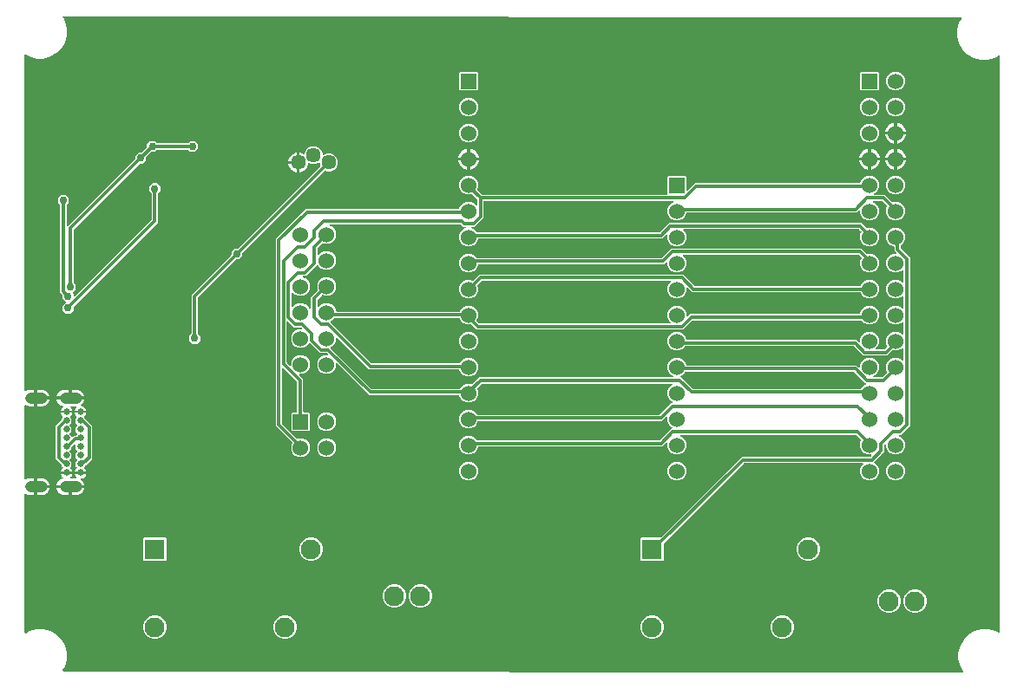
<source format=gbr>
G04 EAGLE Gerber RS-274X export*
G75*
%MOMM*%
%FSLAX34Y34*%
%LPD*%
%INBottom Copper*%
%IPPOS*%
%AMOC8*
5,1,8,0,0,1.08239X$1,22.5*%
G01*
%ADD10R,1.530000X1.530000*%
%ADD11C,1.530000*%
%ADD12R,1.950000X1.950000*%
%ADD13C,1.950000*%
%ADD14C,1.943100*%
%ADD15C,0.650000*%
%ADD16C,1.108000*%
%ADD17C,1.450000*%
%ADD18C,0.756400*%
%ADD19C,0.304800*%

G36*
X925484Y174067D02*
X925484Y174067D01*
X925579Y174076D01*
X925604Y174087D01*
X925632Y174091D01*
X925717Y174136D01*
X925804Y174174D01*
X925825Y174193D01*
X925849Y174206D01*
X925916Y174275D01*
X925986Y174340D01*
X926000Y174364D01*
X926019Y174384D01*
X926060Y174471D01*
X926106Y174555D01*
X926111Y174582D01*
X926123Y174607D01*
X926134Y174702D01*
X926151Y174796D01*
X926147Y174824D01*
X926150Y174851D01*
X926130Y174945D01*
X926117Y175040D01*
X926103Y175072D01*
X926098Y175092D01*
X926082Y175120D01*
X926049Y175194D01*
X923042Y180402D01*
X921259Y187056D01*
X921259Y193944D01*
X923042Y200598D01*
X926486Y206563D01*
X931357Y211434D01*
X937322Y214878D01*
X943976Y216661D01*
X950864Y216661D01*
X957518Y214878D01*
X960757Y213007D01*
X960847Y212974D01*
X960933Y212934D01*
X960961Y212930D01*
X960987Y212920D01*
X961083Y212917D01*
X961177Y212906D01*
X961205Y212912D01*
X961233Y212911D01*
X961325Y212939D01*
X961418Y212959D01*
X961442Y212973D01*
X961469Y212981D01*
X961547Y213036D01*
X961629Y213085D01*
X961647Y213106D01*
X961670Y213123D01*
X961727Y213199D01*
X961789Y213272D01*
X961799Y213298D01*
X961816Y213321D01*
X961845Y213411D01*
X961881Y213500D01*
X961885Y213535D01*
X961891Y213555D01*
X961891Y213588D01*
X961899Y213667D01*
X961899Y776397D01*
X961884Y776491D01*
X961875Y776586D01*
X961864Y776611D01*
X961860Y776639D01*
X961815Y776724D01*
X961777Y776811D01*
X961758Y776832D01*
X961744Y776857D01*
X961675Y776922D01*
X961611Y776993D01*
X961587Y777007D01*
X961566Y777026D01*
X961480Y777066D01*
X961396Y777113D01*
X961369Y777118D01*
X961343Y777130D01*
X961248Y777140D01*
X961155Y777158D01*
X961127Y777154D01*
X961099Y777157D01*
X961005Y777137D01*
X960911Y777123D01*
X960879Y777109D01*
X960858Y777105D01*
X960830Y777088D01*
X960757Y777056D01*
X956248Y774452D01*
X949594Y772669D01*
X942706Y772669D01*
X936052Y774452D01*
X930087Y777896D01*
X925216Y782767D01*
X921772Y788732D01*
X919989Y795386D01*
X919989Y802274D01*
X921772Y808928D01*
X924060Y812891D01*
X924094Y812980D01*
X924134Y813066D01*
X924137Y813094D01*
X924147Y813121D01*
X924151Y813216D01*
X924161Y813310D01*
X924155Y813338D01*
X924156Y813367D01*
X924129Y813458D01*
X924109Y813550D01*
X924095Y813575D01*
X924087Y813603D01*
X924032Y813680D01*
X923983Y813762D01*
X923962Y813780D01*
X923945Y813804D01*
X923869Y813860D01*
X923797Y813922D01*
X923770Y813933D01*
X923747Y813950D01*
X923657Y813979D01*
X923569Y814014D01*
X923533Y814018D01*
X923513Y814025D01*
X923480Y814024D01*
X923402Y814033D01*
X48223Y815176D01*
X48128Y815161D01*
X48033Y815152D01*
X48008Y815141D01*
X47980Y815137D01*
X47895Y815092D01*
X47808Y815054D01*
X47787Y815035D01*
X47763Y815022D01*
X47696Y814953D01*
X47626Y814888D01*
X47612Y814864D01*
X47593Y814844D01*
X47553Y814757D01*
X47506Y814673D01*
X47501Y814646D01*
X47489Y814621D01*
X47479Y814526D01*
X47461Y814432D01*
X47465Y814404D01*
X47462Y814377D01*
X47482Y814283D01*
X47495Y814188D01*
X47509Y814156D01*
X47514Y814136D01*
X47531Y814108D01*
X47563Y814034D01*
X49778Y810198D01*
X51561Y803544D01*
X51561Y796656D01*
X49778Y790002D01*
X46334Y784037D01*
X41463Y779166D01*
X35498Y775722D01*
X28844Y773939D01*
X21956Y773939D01*
X15302Y775722D01*
X11303Y778031D01*
X11214Y778065D01*
X11127Y778105D01*
X11099Y778108D01*
X11073Y778118D01*
X10977Y778122D01*
X10883Y778132D01*
X10855Y778126D01*
X10827Y778127D01*
X10735Y778100D01*
X10642Y778080D01*
X10618Y778066D01*
X10591Y778058D01*
X10513Y778003D01*
X10431Y777954D01*
X10413Y777932D01*
X10390Y777916D01*
X10333Y777840D01*
X10271Y777767D01*
X10261Y777741D01*
X10244Y777718D01*
X10215Y777627D01*
X10179Y777539D01*
X10175Y777504D01*
X10169Y777484D01*
X10169Y777451D01*
X10161Y777372D01*
X10161Y449863D01*
X10180Y449746D01*
X10199Y449626D01*
X10200Y449624D01*
X10200Y449620D01*
X10257Y449514D01*
X10312Y449408D01*
X10314Y449406D01*
X10316Y449403D01*
X10403Y449320D01*
X10489Y449237D01*
X10492Y449236D01*
X10494Y449234D01*
X10603Y449183D01*
X10711Y449132D01*
X10714Y449131D01*
X10717Y449130D01*
X10835Y449117D01*
X10955Y449103D01*
X10958Y449103D01*
X10961Y449103D01*
X11077Y449128D01*
X11196Y449153D01*
X11199Y449155D01*
X11202Y449155D01*
X11211Y449161D01*
X11345Y449230D01*
X11666Y449445D01*
X13137Y450054D01*
X14698Y450365D01*
X19535Y450365D01*
X19535Y443022D01*
X19538Y443003D01*
X19536Y442983D01*
X19558Y442881D01*
X19574Y442779D01*
X19584Y442762D01*
X19588Y442742D01*
X19641Y442653D01*
X19690Y442562D01*
X19704Y442548D01*
X19714Y442531D01*
X19793Y442464D01*
X19868Y442393D01*
X19886Y442384D01*
X19901Y442371D01*
X19997Y442333D01*
X20091Y442289D01*
X20111Y442287D01*
X20129Y442280D01*
X20053Y442267D01*
X20036Y442258D01*
X20016Y442254D01*
X19927Y442201D01*
X19836Y442152D01*
X19822Y442138D01*
X19805Y442128D01*
X19738Y442049D01*
X19666Y441974D01*
X19658Y441956D01*
X19645Y441941D01*
X19606Y441844D01*
X19563Y441751D01*
X19561Y441731D01*
X19553Y441713D01*
X19535Y441546D01*
X19535Y434203D01*
X14698Y434203D01*
X13137Y434514D01*
X11666Y435123D01*
X11345Y435338D01*
X11236Y435387D01*
X11127Y435438D01*
X11124Y435438D01*
X11121Y435440D01*
X11002Y435452D01*
X10883Y435465D01*
X10879Y435464D01*
X10876Y435465D01*
X10761Y435439D01*
X10642Y435413D01*
X10639Y435411D01*
X10636Y435410D01*
X10535Y435349D01*
X10431Y435287D01*
X10429Y435284D01*
X10426Y435283D01*
X10350Y435192D01*
X10271Y435100D01*
X10270Y435097D01*
X10268Y435094D01*
X10225Y434985D01*
X10179Y434871D01*
X10179Y434868D01*
X10178Y434865D01*
X10177Y434855D01*
X10161Y434705D01*
X10161Y363363D01*
X10180Y363246D01*
X10199Y363126D01*
X10200Y363124D01*
X10200Y363120D01*
X10256Y363015D01*
X10312Y362908D01*
X10314Y362906D01*
X10316Y362903D01*
X10403Y362820D01*
X10489Y362737D01*
X10492Y362736D01*
X10494Y362734D01*
X10603Y362683D01*
X10711Y362632D01*
X10714Y362631D01*
X10717Y362630D01*
X10835Y362617D01*
X10955Y362603D01*
X10958Y362603D01*
X10961Y362603D01*
X11077Y362628D01*
X11196Y362653D01*
X11199Y362655D01*
X11202Y362655D01*
X11211Y362661D01*
X11345Y362730D01*
X11666Y362945D01*
X13137Y363554D01*
X14698Y363865D01*
X19535Y363865D01*
X19535Y356522D01*
X19538Y356503D01*
X19536Y356483D01*
X19558Y356381D01*
X19574Y356279D01*
X19584Y356262D01*
X19588Y356242D01*
X19641Y356153D01*
X19690Y356062D01*
X19704Y356048D01*
X19714Y356031D01*
X19793Y355964D01*
X19868Y355893D01*
X19886Y355884D01*
X19901Y355871D01*
X19997Y355833D01*
X20091Y355789D01*
X20111Y355787D01*
X20129Y355780D01*
X20053Y355767D01*
X20036Y355758D01*
X20016Y355754D01*
X19927Y355701D01*
X19836Y355652D01*
X19822Y355638D01*
X19805Y355628D01*
X19738Y355549D01*
X19666Y355474D01*
X19658Y355456D01*
X19645Y355441D01*
X19606Y355344D01*
X19563Y355251D01*
X19561Y355231D01*
X19553Y355213D01*
X19535Y355046D01*
X19535Y347703D01*
X14698Y347703D01*
X13137Y348014D01*
X11666Y348623D01*
X11345Y348838D01*
X11236Y348887D01*
X11127Y348938D01*
X11124Y348938D01*
X11121Y348940D01*
X11002Y348952D01*
X10883Y348965D01*
X10879Y348964D01*
X10876Y348965D01*
X10761Y348939D01*
X10642Y348913D01*
X10639Y348911D01*
X10636Y348910D01*
X10535Y348849D01*
X10431Y348787D01*
X10429Y348784D01*
X10426Y348783D01*
X10350Y348692D01*
X10271Y348600D01*
X10270Y348597D01*
X10268Y348594D01*
X10225Y348485D01*
X10179Y348371D01*
X10179Y348368D01*
X10178Y348365D01*
X10177Y348355D01*
X10161Y348205D01*
X10161Y213228D01*
X10176Y213134D01*
X10185Y213039D01*
X10196Y213013D01*
X10200Y212985D01*
X10245Y212901D01*
X10283Y212814D01*
X10302Y212793D01*
X10316Y212768D01*
X10385Y212702D01*
X10449Y212632D01*
X10473Y212618D01*
X10494Y212598D01*
X10580Y212558D01*
X10664Y212512D01*
X10691Y212507D01*
X10717Y212495D01*
X10812Y212484D01*
X10905Y212467D01*
X10933Y212471D01*
X10961Y212468D01*
X11055Y212488D01*
X11149Y212501D01*
X11181Y212516D01*
X11202Y212520D01*
X11230Y212537D01*
X11303Y212569D01*
X15302Y214878D01*
X21956Y216661D01*
X28844Y216661D01*
X35498Y214878D01*
X41463Y211434D01*
X46334Y206563D01*
X49778Y200598D01*
X51561Y193944D01*
X51561Y187056D01*
X49778Y180402D01*
X47432Y176340D01*
X47399Y176251D01*
X47359Y176165D01*
X47356Y176137D01*
X47345Y176110D01*
X47342Y176015D01*
X47331Y175921D01*
X47337Y175893D01*
X47336Y175864D01*
X47363Y175773D01*
X47383Y175680D01*
X47398Y175656D01*
X47406Y175628D01*
X47461Y175550D01*
X47509Y175469D01*
X47531Y175450D01*
X47548Y175427D01*
X47624Y175371D01*
X47696Y175309D01*
X47723Y175298D01*
X47746Y175281D01*
X47836Y175252D01*
X47924Y175217D01*
X47960Y175213D01*
X47980Y175206D01*
X48013Y175207D01*
X48091Y175198D01*
X925389Y174052D01*
X925484Y174067D01*
G37*
%LPC*%
G36*
X611918Y283265D02*
X611918Y283265D01*
X611025Y284158D01*
X611025Y304922D01*
X611918Y305815D01*
X630372Y305815D01*
X630462Y305829D01*
X630553Y305837D01*
X630583Y305849D01*
X630615Y305854D01*
X630695Y305897D01*
X630779Y305933D01*
X630811Y305959D01*
X630832Y305970D01*
X630854Y305993D01*
X630910Y306038D01*
X709683Y384811D01*
X835098Y384811D01*
X835188Y384825D01*
X835279Y384833D01*
X835309Y384845D01*
X835341Y384850D01*
X835421Y384893D01*
X835505Y384929D01*
X835537Y384955D01*
X835558Y384966D01*
X835580Y384989D01*
X835636Y385034D01*
X836368Y385766D01*
X836410Y385824D01*
X836459Y385876D01*
X836481Y385923D01*
X836512Y385965D01*
X836533Y386034D01*
X836563Y386099D01*
X836569Y386151D01*
X836584Y386201D01*
X836582Y386272D01*
X836590Y386343D01*
X836579Y386394D01*
X836578Y386446D01*
X836553Y386514D01*
X836538Y386584D01*
X836511Y386629D01*
X836493Y386677D01*
X836448Y386733D01*
X836412Y386795D01*
X836372Y386829D01*
X836340Y386869D01*
X836279Y386908D01*
X836225Y386955D01*
X836176Y386974D01*
X836133Y387002D01*
X836063Y387020D01*
X835997Y387047D01*
X835925Y387055D01*
X835894Y387063D01*
X835871Y387061D01*
X835830Y387065D01*
X832565Y387065D01*
X829193Y388462D01*
X826612Y391043D01*
X825215Y394415D01*
X825215Y398065D01*
X826357Y400821D01*
X826383Y400935D01*
X826412Y401048D01*
X826412Y401054D01*
X826413Y401060D01*
X826402Y401177D01*
X826393Y401293D01*
X826391Y401299D01*
X826390Y401305D01*
X826342Y401413D01*
X826297Y401520D01*
X826292Y401525D01*
X826290Y401530D01*
X826277Y401544D01*
X826192Y401651D01*
X821920Y405922D01*
X821846Y405975D01*
X821777Y406035D01*
X821747Y406047D01*
X821720Y406066D01*
X821633Y406093D01*
X821549Y406127D01*
X821508Y406131D01*
X821485Y406138D01*
X821453Y406137D01*
X821382Y406145D01*
X650318Y406145D01*
X650222Y406130D01*
X650125Y406120D01*
X650101Y406110D01*
X650076Y406106D01*
X649990Y406060D01*
X649901Y406020D01*
X649881Y406003D01*
X649858Y405990D01*
X649791Y405920D01*
X649719Y405854D01*
X649707Y405831D01*
X649689Y405812D01*
X649648Y405724D01*
X649601Y405638D01*
X649596Y405613D01*
X649585Y405589D01*
X649574Y405492D01*
X649557Y405396D01*
X649561Y405370D01*
X649558Y405345D01*
X649579Y405249D01*
X649593Y405153D01*
X649605Y405130D01*
X649610Y405104D01*
X649660Y405021D01*
X649704Y404934D01*
X649723Y404915D01*
X649737Y404893D01*
X649810Y404830D01*
X649880Y404762D01*
X649909Y404746D01*
X649923Y404733D01*
X649954Y404721D01*
X650027Y404681D01*
X651627Y404018D01*
X654208Y401437D01*
X655605Y398065D01*
X655605Y394415D01*
X654208Y391043D01*
X651627Y388462D01*
X648255Y387065D01*
X644605Y387065D01*
X641233Y388462D01*
X638652Y391043D01*
X637255Y394415D01*
X637255Y397934D01*
X637244Y398005D01*
X637242Y398076D01*
X637224Y398125D01*
X637216Y398177D01*
X637182Y398240D01*
X637157Y398307D01*
X637125Y398348D01*
X637100Y398394D01*
X637048Y398443D01*
X637004Y398499D01*
X636960Y398528D01*
X636922Y398563D01*
X636857Y398594D01*
X636797Y398632D01*
X636746Y398645D01*
X636699Y398667D01*
X636628Y398675D01*
X636558Y398692D01*
X636506Y398688D01*
X636455Y398694D01*
X636384Y398679D01*
X636313Y398673D01*
X636265Y398653D01*
X636214Y398642D01*
X636153Y398605D01*
X636087Y398577D01*
X636031Y398532D01*
X636003Y398516D01*
X635988Y398498D01*
X635956Y398472D01*
X632199Y394715D01*
X453038Y394715D01*
X452923Y394696D01*
X452807Y394679D01*
X452801Y394677D01*
X452795Y394676D01*
X452692Y394621D01*
X452588Y394568D01*
X452583Y394563D01*
X452578Y394560D01*
X452498Y394476D01*
X452415Y394392D01*
X452412Y394386D01*
X452408Y394382D01*
X452400Y394365D01*
X452334Y394245D01*
X451008Y391043D01*
X448427Y388462D01*
X445055Y387065D01*
X441405Y387065D01*
X438033Y388462D01*
X435452Y391043D01*
X434055Y394415D01*
X434055Y398065D01*
X435452Y401437D01*
X438033Y404018D01*
X441405Y405415D01*
X445055Y405415D01*
X448427Y404018D01*
X451008Y401437D01*
X451072Y401283D01*
X451133Y401183D01*
X451193Y401083D01*
X451198Y401079D01*
X451202Y401074D01*
X451292Y400999D01*
X451380Y400923D01*
X451386Y400921D01*
X451391Y400917D01*
X451499Y400875D01*
X451609Y400831D01*
X451616Y400830D01*
X451621Y400829D01*
X451639Y400828D01*
X451775Y400813D01*
X629358Y400813D01*
X629448Y400827D01*
X629539Y400835D01*
X629569Y400847D01*
X629601Y400852D01*
X629681Y400895D01*
X629765Y400931D01*
X629797Y400957D01*
X629818Y400968D01*
X629840Y400991D01*
X629896Y401036D01*
X641103Y412243D01*
X641315Y412243D01*
X641411Y412258D01*
X641508Y412268D01*
X641532Y412278D01*
X641558Y412282D01*
X641644Y412328D01*
X641733Y412368D01*
X641752Y412385D01*
X641775Y412398D01*
X641842Y412468D01*
X641914Y412534D01*
X641927Y412557D01*
X641945Y412576D01*
X641986Y412664D01*
X642033Y412750D01*
X642037Y412775D01*
X642048Y412799D01*
X642059Y412896D01*
X642076Y412992D01*
X642073Y413018D01*
X642075Y413043D01*
X642055Y413138D01*
X642041Y413235D01*
X642029Y413258D01*
X642023Y413284D01*
X641973Y413367D01*
X641929Y413454D01*
X641910Y413473D01*
X641897Y413495D01*
X641823Y413558D01*
X641754Y413626D01*
X641725Y413642D01*
X641710Y413655D01*
X641679Y413667D01*
X641607Y413707D01*
X641233Y413862D01*
X638652Y416443D01*
X637255Y419815D01*
X637255Y423080D01*
X637244Y423151D01*
X637242Y423222D01*
X637224Y423271D01*
X637216Y423323D01*
X637182Y423386D01*
X637157Y423453D01*
X637125Y423494D01*
X637100Y423540D01*
X637048Y423589D01*
X637004Y423645D01*
X636960Y423674D01*
X636922Y423709D01*
X636857Y423740D01*
X636797Y423778D01*
X636746Y423791D01*
X636699Y423813D01*
X636628Y423821D01*
X636558Y423838D01*
X636506Y423834D01*
X636455Y423840D01*
X636384Y423825D01*
X636313Y423819D01*
X636265Y423799D01*
X636214Y423788D01*
X636153Y423751D01*
X636087Y423723D01*
X636031Y423678D01*
X636003Y423662D01*
X635988Y423644D01*
X635956Y423618D01*
X632199Y419861D01*
X452933Y419861D01*
X452818Y419842D01*
X452702Y419825D01*
X452696Y419823D01*
X452690Y419822D01*
X452587Y419767D01*
X452482Y419714D01*
X452478Y419709D01*
X452472Y419706D01*
X452393Y419622D01*
X452310Y419538D01*
X452306Y419532D01*
X452303Y419528D01*
X452295Y419511D01*
X452229Y419391D01*
X451008Y416443D01*
X448427Y413862D01*
X445055Y412465D01*
X441405Y412465D01*
X438033Y413862D01*
X435452Y416443D01*
X434055Y419815D01*
X434055Y423465D01*
X435452Y426837D01*
X438033Y429418D01*
X441405Y430815D01*
X445055Y430815D01*
X448427Y429418D01*
X451008Y426837D01*
X451177Y426429D01*
X451239Y426330D01*
X451299Y426229D01*
X451303Y426225D01*
X451307Y426220D01*
X451396Y426146D01*
X451486Y426069D01*
X451491Y426067D01*
X451496Y426063D01*
X451604Y426021D01*
X451714Y425977D01*
X451721Y425976D01*
X451726Y425975D01*
X451744Y425974D01*
X451880Y425959D01*
X629358Y425959D01*
X629448Y425973D01*
X629539Y425981D01*
X629569Y425993D01*
X629601Y425998D01*
X629681Y426041D01*
X629765Y426077D01*
X629797Y426103D01*
X629818Y426114D01*
X629840Y426137D01*
X629896Y426182D01*
X641103Y437389D01*
X641928Y437389D01*
X642025Y437404D01*
X642121Y437414D01*
X642145Y437424D01*
X642171Y437428D01*
X642257Y437474D01*
X642346Y437514D01*
X642366Y437531D01*
X642389Y437544D01*
X642456Y437614D01*
X642527Y437680D01*
X642540Y437703D01*
X642558Y437722D01*
X642599Y437810D01*
X642646Y437896D01*
X642651Y437921D01*
X642662Y437945D01*
X642672Y438042D01*
X642690Y438138D01*
X642686Y438164D01*
X642689Y438189D01*
X642668Y438285D01*
X642654Y438381D01*
X642642Y438404D01*
X642636Y438430D01*
X642587Y438513D01*
X642542Y438600D01*
X642524Y438619D01*
X642510Y438641D01*
X642436Y438704D01*
X642367Y438772D01*
X642338Y438788D01*
X642323Y438801D01*
X642293Y438813D01*
X642220Y438853D01*
X641233Y439262D01*
X638652Y441843D01*
X637255Y445215D01*
X637255Y448865D01*
X638652Y452237D01*
X641233Y454818D01*
X641607Y454973D01*
X641689Y455024D01*
X641775Y455070D01*
X641793Y455089D01*
X641816Y455102D01*
X641878Y455177D01*
X641945Y455248D01*
X641956Y455272D01*
X641972Y455292D01*
X642007Y455383D01*
X642048Y455471D01*
X642051Y455497D01*
X642061Y455521D01*
X642065Y455619D01*
X642075Y455715D01*
X642070Y455741D01*
X642071Y455767D01*
X642044Y455861D01*
X642023Y455956D01*
X642010Y455978D01*
X642003Y456003D01*
X641947Y456083D01*
X641897Y456167D01*
X641877Y456184D01*
X641862Y456205D01*
X641784Y456264D01*
X641710Y456327D01*
X641686Y456337D01*
X641665Y456352D01*
X641572Y456382D01*
X641482Y456419D01*
X641450Y456422D01*
X641431Y456428D01*
X641398Y456428D01*
X641315Y456437D01*
X456492Y456437D01*
X456402Y456423D01*
X456311Y456415D01*
X456281Y456403D01*
X456249Y456398D01*
X456169Y456355D01*
X456085Y456319D01*
X456053Y456293D01*
X456032Y456282D01*
X456010Y456259D01*
X455954Y456214D01*
X451651Y451912D01*
X451584Y451817D01*
X451513Y451723D01*
X451511Y451717D01*
X451508Y451712D01*
X451474Y451601D01*
X451437Y451489D01*
X451437Y451483D01*
X451435Y451477D01*
X451438Y451360D01*
X451440Y451243D01*
X451442Y451236D01*
X451442Y451231D01*
X451448Y451214D01*
X451486Y451082D01*
X452405Y448865D01*
X452405Y445215D01*
X451008Y441843D01*
X448427Y439262D01*
X445055Y437865D01*
X441405Y437865D01*
X438033Y439262D01*
X435452Y441843D01*
X434336Y444537D01*
X434274Y444637D01*
X434214Y444737D01*
X434210Y444741D01*
X434206Y444746D01*
X434116Y444821D01*
X434028Y444897D01*
X434022Y444899D01*
X434017Y444903D01*
X433908Y444945D01*
X433799Y444989D01*
X433792Y444990D01*
X433787Y444991D01*
X433769Y444992D01*
X433633Y445007D01*
X346209Y445007D01*
X315274Y475942D01*
X315216Y475984D01*
X315164Y476033D01*
X315117Y476055D01*
X315075Y476086D01*
X315006Y476107D01*
X314941Y476137D01*
X314889Y476143D01*
X314839Y476158D01*
X314768Y476156D01*
X314697Y476164D01*
X314646Y476153D01*
X314594Y476152D01*
X314526Y476127D01*
X314456Y476112D01*
X314411Y476085D01*
X314363Y476067D01*
X314307Y476022D01*
X314245Y475986D01*
X314211Y475946D01*
X314171Y475914D01*
X314132Y475853D01*
X314085Y475799D01*
X314066Y475750D01*
X314038Y475707D01*
X314020Y475637D01*
X313993Y475571D01*
X313985Y475499D01*
X313977Y475468D01*
X313979Y475445D01*
X313975Y475404D01*
X313975Y473155D01*
X312578Y469783D01*
X309997Y467202D01*
X306625Y465805D01*
X302975Y465805D01*
X299603Y467202D01*
X297022Y469783D01*
X295625Y473155D01*
X295625Y476805D01*
X297022Y480177D01*
X299603Y482758D01*
X302975Y484155D01*
X305224Y484155D01*
X305295Y484166D01*
X305366Y484168D01*
X305415Y484186D01*
X305467Y484194D01*
X305530Y484228D01*
X305597Y484253D01*
X305638Y484285D01*
X305684Y484310D01*
X305733Y484362D01*
X305789Y484406D01*
X305817Y484450D01*
X305853Y484488D01*
X305884Y484553D01*
X305922Y484613D01*
X305935Y484664D01*
X305957Y484711D01*
X305965Y484782D01*
X305982Y484852D01*
X305978Y484904D01*
X305984Y484955D01*
X305969Y485026D01*
X305963Y485097D01*
X305943Y485145D01*
X305932Y485196D01*
X305895Y485257D01*
X305867Y485323D01*
X305822Y485379D01*
X305806Y485407D01*
X305788Y485422D01*
X305762Y485454D01*
X305284Y485932D01*
X305210Y485986D01*
X305141Y486045D01*
X305111Y486057D01*
X305084Y486076D01*
X304997Y486103D01*
X304913Y486137D01*
X304872Y486141D01*
X304849Y486148D01*
X304817Y486147D01*
X304746Y486155D01*
X298203Y486155D01*
X288569Y495790D01*
X288531Y495817D01*
X288500Y495850D01*
X288432Y495888D01*
X288369Y495933D01*
X288325Y495947D01*
X288285Y495969D01*
X288208Y495983D01*
X288134Y496006D01*
X288088Y496005D01*
X288043Y496013D01*
X287966Y496001D01*
X287888Y495999D01*
X287845Y495984D01*
X287799Y495977D01*
X287730Y495942D01*
X287657Y495915D01*
X287621Y495886D01*
X287580Y495865D01*
X287526Y495810D01*
X287465Y495761D01*
X287440Y495723D01*
X287408Y495690D01*
X287342Y495570D01*
X287332Y495554D01*
X287331Y495549D01*
X287327Y495543D01*
X287178Y495183D01*
X284597Y492602D01*
X281225Y491205D01*
X277575Y491205D01*
X274203Y492602D01*
X271622Y495183D01*
X270225Y498555D01*
X270225Y502205D01*
X271622Y505577D01*
X274203Y508158D01*
X277575Y509555D01*
X279824Y509555D01*
X279895Y509566D01*
X279966Y509568D01*
X280015Y509586D01*
X280067Y509594D01*
X280130Y509628D01*
X280197Y509653D01*
X280238Y509685D01*
X280284Y509710D01*
X280333Y509761D01*
X280389Y509806D01*
X280418Y509850D01*
X280453Y509888D01*
X280484Y509953D01*
X280522Y510013D01*
X280535Y510064D01*
X280557Y510111D01*
X280565Y510182D01*
X280582Y510252D01*
X280578Y510304D01*
X280584Y510355D01*
X280569Y510426D01*
X280563Y510497D01*
X280543Y510545D01*
X280532Y510596D01*
X280495Y510657D01*
X280467Y510723D01*
X280422Y510779D01*
X280406Y510807D01*
X280388Y510822D01*
X280362Y510854D01*
X280138Y511078D01*
X280064Y511131D01*
X279995Y511191D01*
X279965Y511203D01*
X279938Y511222D01*
X279851Y511249D01*
X279767Y511283D01*
X279726Y511287D01*
X279703Y511294D01*
X279671Y511293D01*
X279600Y511301D01*
X273057Y511301D01*
X267238Y517120D01*
X267180Y517162D01*
X267128Y517211D01*
X267081Y517233D01*
X267039Y517264D01*
X266970Y517285D01*
X266905Y517315D01*
X266853Y517321D01*
X266803Y517336D01*
X266732Y517334D01*
X266661Y517342D01*
X266610Y517331D01*
X266558Y517330D01*
X266490Y517305D01*
X266420Y517290D01*
X266375Y517263D01*
X266327Y517245D01*
X266271Y517200D01*
X266209Y517164D01*
X266175Y517124D01*
X266135Y517092D01*
X266096Y517031D01*
X266049Y516977D01*
X266030Y516928D01*
X266002Y516885D01*
X265984Y516815D01*
X265957Y516749D01*
X265949Y516677D01*
X265941Y516646D01*
X265943Y516623D01*
X265939Y516582D01*
X265939Y477066D01*
X265953Y476976D01*
X265961Y476885D01*
X265973Y476855D01*
X265978Y476823D01*
X266021Y476743D01*
X266057Y476659D01*
X266083Y476627D01*
X266094Y476606D01*
X266117Y476584D01*
X266162Y476528D01*
X268926Y473764D01*
X268984Y473722D01*
X269036Y473673D01*
X269083Y473651D01*
X269125Y473620D01*
X269194Y473599D01*
X269259Y473569D01*
X269311Y473563D01*
X269361Y473548D01*
X269432Y473550D01*
X269503Y473542D01*
X269554Y473553D01*
X269606Y473554D01*
X269674Y473579D01*
X269744Y473594D01*
X269789Y473621D01*
X269837Y473639D01*
X269893Y473684D01*
X269955Y473720D01*
X269989Y473760D01*
X270029Y473792D01*
X270068Y473853D01*
X270115Y473907D01*
X270134Y473956D01*
X270162Y473999D01*
X270180Y474069D01*
X270207Y474135D01*
X270215Y474207D01*
X270223Y474238D01*
X270221Y474261D01*
X270225Y474302D01*
X270225Y476805D01*
X271622Y480177D01*
X274203Y482758D01*
X277575Y484155D01*
X281225Y484155D01*
X284597Y482758D01*
X287178Y480177D01*
X288575Y476805D01*
X288575Y473155D01*
X287178Y469783D01*
X284597Y467202D01*
X281225Y465805D01*
X278722Y465805D01*
X278651Y465794D01*
X278580Y465792D01*
X278531Y465774D01*
X278479Y465766D01*
X278416Y465732D01*
X278349Y465707D01*
X278308Y465675D01*
X278262Y465650D01*
X278213Y465598D01*
X278157Y465554D01*
X278128Y465510D01*
X278093Y465472D01*
X278062Y465407D01*
X278024Y465347D01*
X278011Y465296D01*
X277989Y465249D01*
X277981Y465178D01*
X277964Y465108D01*
X277968Y465056D01*
X277962Y465005D01*
X277977Y464934D01*
X277983Y464863D01*
X278003Y464815D01*
X278014Y464764D01*
X278051Y464703D01*
X278079Y464637D01*
X278124Y464581D01*
X278140Y464553D01*
X278158Y464538D01*
X278184Y464506D01*
X281941Y460749D01*
X281941Y429036D01*
X281944Y429016D01*
X281942Y428997D01*
X281964Y428895D01*
X281980Y428793D01*
X281990Y428776D01*
X281994Y428756D01*
X282047Y428667D01*
X282096Y428576D01*
X282110Y428562D01*
X282120Y428545D01*
X282199Y428478D01*
X282274Y428406D01*
X282292Y428398D01*
X282307Y428385D01*
X282403Y428346D01*
X282497Y428303D01*
X282517Y428301D01*
X282535Y428293D01*
X282702Y428275D01*
X287682Y428275D01*
X288575Y427382D01*
X288575Y410818D01*
X287682Y409925D01*
X271118Y409925D01*
X270225Y410818D01*
X270225Y427382D01*
X271118Y428275D01*
X275082Y428275D01*
X275102Y428278D01*
X275121Y428276D01*
X275223Y428298D01*
X275325Y428314D01*
X275342Y428324D01*
X275362Y428328D01*
X275451Y428381D01*
X275542Y428430D01*
X275556Y428444D01*
X275573Y428454D01*
X275640Y428533D01*
X275712Y428608D01*
X275720Y428626D01*
X275733Y428641D01*
X275772Y428737D01*
X275815Y428831D01*
X275817Y428851D01*
X275825Y428869D01*
X275843Y429036D01*
X275843Y457908D01*
X275829Y457998D01*
X275821Y458089D01*
X275809Y458119D01*
X275804Y458151D01*
X275761Y458231D01*
X275725Y458315D01*
X275699Y458347D01*
X275688Y458368D01*
X275665Y458390D01*
X275620Y458446D01*
X262666Y471400D01*
X262608Y471442D01*
X262556Y471491D01*
X262509Y471513D01*
X262467Y471544D01*
X262398Y471565D01*
X262333Y471595D01*
X262281Y471601D01*
X262231Y471616D01*
X262160Y471614D01*
X262089Y471622D01*
X262038Y471611D01*
X261986Y471610D01*
X261918Y471585D01*
X261848Y471570D01*
X261803Y471543D01*
X261755Y471525D01*
X261699Y471480D01*
X261637Y471444D01*
X261603Y471404D01*
X261563Y471372D01*
X261524Y471311D01*
X261477Y471257D01*
X261458Y471208D01*
X261430Y471165D01*
X261412Y471095D01*
X261385Y471029D01*
X261377Y470957D01*
X261369Y470926D01*
X261371Y470903D01*
X261367Y470862D01*
X261367Y417630D01*
X261369Y417619D01*
X261368Y417612D01*
X261375Y417577D01*
X261381Y417540D01*
X261389Y417449D01*
X261401Y417419D01*
X261406Y417387D01*
X261449Y417307D01*
X261485Y417223D01*
X261511Y417191D01*
X261522Y417170D01*
X261545Y417148D01*
X261590Y417092D01*
X275965Y402717D01*
X276059Y402649D01*
X276154Y402579D01*
X276160Y402577D01*
X276165Y402573D01*
X276276Y402539D01*
X276388Y402502D01*
X276394Y402502D01*
X276400Y402501D01*
X276517Y402504D01*
X276634Y402505D01*
X276641Y402507D01*
X276646Y402507D01*
X276663Y402513D01*
X276795Y402551D01*
X277575Y402875D01*
X281225Y402875D01*
X284597Y401478D01*
X287178Y398897D01*
X288575Y395525D01*
X288575Y391875D01*
X287178Y388503D01*
X284597Y385922D01*
X281225Y384525D01*
X277575Y384525D01*
X274203Y385922D01*
X271622Y388503D01*
X270225Y391875D01*
X270225Y395525D01*
X271292Y398101D01*
X271319Y398215D01*
X271348Y398328D01*
X271347Y398335D01*
X271349Y398341D01*
X271338Y398457D01*
X271329Y398574D01*
X271326Y398579D01*
X271326Y398586D01*
X271278Y398693D01*
X271232Y398800D01*
X271228Y398806D01*
X271226Y398810D01*
X271213Y398824D01*
X271127Y398931D01*
X255269Y414789D01*
X255269Y597909D01*
X284487Y627127D01*
X433738Y627127D01*
X433853Y627146D01*
X433969Y627163D01*
X433974Y627165D01*
X433981Y627166D01*
X434083Y627221D01*
X434188Y627274D01*
X434193Y627279D01*
X434198Y627282D01*
X434278Y627366D01*
X434360Y627450D01*
X434364Y627456D01*
X434367Y627460D01*
X434375Y627477D01*
X434441Y627597D01*
X435452Y630037D01*
X438033Y632618D01*
X441405Y634015D01*
X445055Y634015D01*
X448427Y632618D01*
X450566Y630479D01*
X450624Y630437D01*
X450676Y630388D01*
X450723Y630366D01*
X450765Y630336D01*
X450834Y630315D01*
X450899Y630284D01*
X450951Y630279D01*
X451001Y630263D01*
X451072Y630265D01*
X451143Y630257D01*
X451194Y630268D01*
X451246Y630270D01*
X451314Y630294D01*
X451384Y630310D01*
X451429Y630336D01*
X451477Y630354D01*
X451533Y630399D01*
X451595Y630436D01*
X451629Y630475D01*
X451669Y630508D01*
X451708Y630568D01*
X451755Y630623D01*
X451774Y630671D01*
X451802Y630715D01*
X451820Y630784D01*
X451847Y630851D01*
X451855Y630922D01*
X451863Y630953D01*
X451861Y630977D01*
X451865Y631018D01*
X451865Y636216D01*
X451851Y636306D01*
X451843Y636397D01*
X451831Y636427D01*
X451826Y636459D01*
X451783Y636539D01*
X451747Y636623D01*
X451721Y636655D01*
X451710Y636676D01*
X451687Y636698D01*
X451642Y636754D01*
X447024Y641372D01*
X446930Y641440D01*
X446835Y641510D01*
X446829Y641512D01*
X446824Y641516D01*
X446714Y641550D01*
X446602Y641586D01*
X446595Y641586D01*
X446589Y641588D01*
X446473Y641585D01*
X446356Y641584D01*
X446348Y641582D01*
X446343Y641582D01*
X446326Y641575D01*
X446195Y641537D01*
X445055Y641065D01*
X441405Y641065D01*
X438033Y642462D01*
X435452Y645043D01*
X434055Y648415D01*
X434055Y652065D01*
X435452Y655437D01*
X438033Y658018D01*
X441405Y659415D01*
X445055Y659415D01*
X448427Y658018D01*
X451008Y655437D01*
X452405Y652065D01*
X452405Y648415D01*
X451486Y646198D01*
X451460Y646084D01*
X451431Y645971D01*
X451432Y645964D01*
X451430Y645958D01*
X451441Y645842D01*
X451450Y645725D01*
X451453Y645720D01*
X451453Y645713D01*
X451501Y645606D01*
X451547Y645499D01*
X451551Y645493D01*
X451553Y645489D01*
X451566Y645475D01*
X451651Y645368D01*
X455954Y641066D01*
X456028Y641013D01*
X456097Y640953D01*
X456127Y640941D01*
X456154Y640922D01*
X456241Y640895D01*
X456325Y640861D01*
X456366Y640857D01*
X456389Y640850D01*
X456421Y640851D01*
X456492Y640843D01*
X636533Y640843D01*
X636604Y640854D01*
X636676Y640856D01*
X636725Y640874D01*
X636776Y640882D01*
X636839Y640916D01*
X636907Y640941D01*
X636947Y640973D01*
X636993Y640998D01*
X637043Y641050D01*
X637099Y641095D01*
X637127Y641138D01*
X637163Y641176D01*
X637193Y641241D01*
X637232Y641302D01*
X637244Y641352D01*
X637266Y641399D01*
X637274Y641470D01*
X637292Y641540D01*
X637288Y641592D01*
X637293Y641643D01*
X637278Y641714D01*
X637273Y641785D01*
X637255Y641826D01*
X637255Y658522D01*
X638148Y659415D01*
X654712Y659415D01*
X655605Y658522D01*
X655605Y645752D01*
X655616Y645681D01*
X655618Y645610D01*
X655636Y645561D01*
X655644Y645509D01*
X655678Y645446D01*
X655703Y645379D01*
X655735Y645338D01*
X655760Y645292D01*
X655812Y645243D01*
X655856Y645187D01*
X655900Y645158D01*
X655938Y645123D01*
X656003Y645092D01*
X656063Y645054D01*
X656114Y645041D01*
X656161Y645019D01*
X656232Y645011D01*
X656302Y644994D01*
X656354Y644998D01*
X656405Y644992D01*
X656476Y645007D01*
X656547Y645013D01*
X656595Y645033D01*
X656646Y645044D01*
X656707Y645081D01*
X656773Y645109D01*
X656829Y645154D01*
X656857Y645170D01*
X656872Y645188D01*
X656904Y645214D01*
X663963Y652273D01*
X824793Y652273D01*
X824907Y652292D01*
X825024Y652309D01*
X825029Y652311D01*
X825035Y652312D01*
X825138Y652367D01*
X825243Y652420D01*
X825247Y652425D01*
X825253Y652428D01*
X825333Y652512D01*
X825415Y652596D01*
X825419Y652602D01*
X825422Y652606D01*
X825430Y652623D01*
X825496Y652743D01*
X826612Y655437D01*
X829193Y658018D01*
X832565Y659415D01*
X836215Y659415D01*
X839587Y658018D01*
X842168Y655437D01*
X843565Y652065D01*
X843565Y648415D01*
X842168Y645043D01*
X839587Y642462D01*
X839213Y642307D01*
X839131Y642256D01*
X839045Y642210D01*
X839027Y642191D01*
X839004Y642178D01*
X838942Y642103D01*
X838875Y642032D01*
X838864Y642008D01*
X838848Y641988D01*
X838813Y641897D01*
X838772Y641809D01*
X838769Y641783D01*
X838759Y641759D01*
X838755Y641661D01*
X838745Y641565D01*
X838750Y641539D01*
X838749Y641513D01*
X838776Y641419D01*
X838797Y641324D01*
X838810Y641302D01*
X838817Y641277D01*
X838873Y641197D01*
X838923Y641113D01*
X838943Y641096D01*
X838958Y641075D01*
X839036Y641017D01*
X839110Y640953D01*
X839134Y640943D01*
X839155Y640928D01*
X839248Y640898D01*
X839338Y640861D01*
X839370Y640858D01*
X839389Y640852D01*
X839422Y640852D01*
X839505Y640843D01*
X849369Y640843D01*
X856355Y633857D01*
X856449Y633789D01*
X856544Y633719D01*
X856550Y633717D01*
X856555Y633713D01*
X856666Y633679D01*
X856778Y633642D01*
X856784Y633642D01*
X856790Y633641D01*
X856907Y633644D01*
X857024Y633645D01*
X857031Y633647D01*
X857036Y633647D01*
X857053Y633653D01*
X857185Y633691D01*
X857965Y634015D01*
X861615Y634015D01*
X864987Y632618D01*
X867568Y630037D01*
X868965Y626665D01*
X868965Y623015D01*
X867568Y619643D01*
X864987Y617062D01*
X861615Y615665D01*
X857965Y615665D01*
X854593Y617062D01*
X852012Y619643D01*
X850615Y623015D01*
X850615Y626665D01*
X851682Y629241D01*
X851709Y629355D01*
X851738Y629468D01*
X851737Y629475D01*
X851739Y629481D01*
X851728Y629597D01*
X851719Y629714D01*
X851716Y629719D01*
X851716Y629726D01*
X851668Y629833D01*
X851622Y629940D01*
X851618Y629946D01*
X851616Y629950D01*
X851603Y629964D01*
X851517Y630071D01*
X847066Y634522D01*
X846992Y634575D01*
X846923Y634635D01*
X846893Y634647D01*
X846866Y634666D01*
X846779Y634693D01*
X846695Y634727D01*
X846654Y634731D01*
X846631Y634738D01*
X846599Y634737D01*
X846528Y634745D01*
X838278Y634745D01*
X838182Y634730D01*
X838085Y634720D01*
X838061Y634710D01*
X838036Y634706D01*
X837950Y634660D01*
X837861Y634620D01*
X837841Y634603D01*
X837818Y634590D01*
X837751Y634520D01*
X837679Y634454D01*
X837667Y634431D01*
X837649Y634412D01*
X837608Y634324D01*
X837561Y634238D01*
X837556Y634213D01*
X837545Y634189D01*
X837534Y634092D01*
X837517Y633996D01*
X837521Y633970D01*
X837518Y633945D01*
X837539Y633849D01*
X837553Y633753D01*
X837565Y633730D01*
X837570Y633704D01*
X837620Y633621D01*
X837664Y633534D01*
X837683Y633515D01*
X837697Y633493D01*
X837771Y633430D01*
X837840Y633362D01*
X837869Y633346D01*
X837883Y633333D01*
X837914Y633321D01*
X837987Y633281D01*
X839587Y632618D01*
X842168Y630037D01*
X843565Y626665D01*
X843565Y623015D01*
X842168Y619643D01*
X839587Y617062D01*
X836215Y615665D01*
X832565Y615665D01*
X829193Y617062D01*
X826612Y619643D01*
X825215Y623015D01*
X825215Y624756D01*
X825204Y624827D01*
X825202Y624898D01*
X825184Y624947D01*
X825176Y624999D01*
X825142Y625062D01*
X825117Y625129D01*
X825085Y625170D01*
X825060Y625216D01*
X825008Y625265D01*
X824964Y625321D01*
X824920Y625350D01*
X824882Y625385D01*
X824817Y625416D01*
X824757Y625454D01*
X824706Y625467D01*
X824659Y625489D01*
X824588Y625497D01*
X824518Y625514D01*
X824466Y625510D01*
X824415Y625516D01*
X824344Y625501D01*
X824273Y625495D01*
X824225Y625475D01*
X824174Y625464D01*
X824113Y625427D01*
X824047Y625399D01*
X823991Y625354D01*
X823963Y625338D01*
X823948Y625320D01*
X823916Y625294D01*
X821937Y623315D01*
X656238Y623315D01*
X656123Y623296D01*
X656007Y623279D01*
X656001Y623277D01*
X655995Y623276D01*
X655892Y623221D01*
X655788Y623168D01*
X655783Y623163D01*
X655778Y623160D01*
X655698Y623076D01*
X655615Y622992D01*
X655612Y622986D01*
X655608Y622982D01*
X655600Y622965D01*
X655534Y622845D01*
X654208Y619643D01*
X651627Y617062D01*
X648255Y615665D01*
X644605Y615665D01*
X641233Y617062D01*
X638652Y619643D01*
X637255Y623015D01*
X637255Y626665D01*
X638652Y630037D01*
X641233Y632618D01*
X642833Y633281D01*
X642916Y633332D01*
X643002Y633378D01*
X643020Y633396D01*
X643042Y633410D01*
X643104Y633486D01*
X643171Y633556D01*
X643182Y633580D01*
X643199Y633600D01*
X643234Y633691D01*
X643275Y633779D01*
X643278Y633805D01*
X643287Y633829D01*
X643291Y633927D01*
X643302Y634023D01*
X643296Y634049D01*
X643297Y634075D01*
X643270Y634169D01*
X643250Y634264D01*
X643236Y634286D01*
X643229Y634311D01*
X643173Y634391D01*
X643123Y634475D01*
X643104Y634492D01*
X643089Y634513D01*
X643011Y634572D01*
X642937Y634635D01*
X642912Y634645D01*
X642891Y634660D01*
X642799Y634690D01*
X642708Y634727D01*
X642676Y634730D01*
X642657Y634736D01*
X642624Y634736D01*
X642542Y634745D01*
X458724Y634745D01*
X458704Y634742D01*
X458685Y634744D01*
X458583Y634722D01*
X458481Y634706D01*
X458464Y634696D01*
X458444Y634692D01*
X458355Y634639D01*
X458264Y634590D01*
X458250Y634576D01*
X458233Y634566D01*
X458166Y634487D01*
X458094Y634412D01*
X458086Y634394D01*
X458073Y634379D01*
X458034Y634283D01*
X457991Y634189D01*
X457989Y634169D01*
X457981Y634151D01*
X457963Y633984D01*
X457963Y618243D01*
X449319Y609599D01*
X446505Y609599D01*
X446409Y609584D01*
X446312Y609574D01*
X446288Y609564D01*
X446262Y609560D01*
X446176Y609514D01*
X446087Y609474D01*
X446068Y609457D01*
X446045Y609444D01*
X445978Y609374D01*
X445906Y609308D01*
X445894Y609285D01*
X445876Y609266D01*
X445835Y609178D01*
X445788Y609092D01*
X445783Y609067D01*
X445772Y609043D01*
X445761Y608946D01*
X445744Y608850D01*
X445748Y608824D01*
X445745Y608799D01*
X445766Y608703D01*
X445780Y608607D01*
X445792Y608584D01*
X445797Y608558D01*
X445847Y608475D01*
X445891Y608388D01*
X445910Y608369D01*
X445923Y608347D01*
X445997Y608284D01*
X446067Y608216D01*
X446095Y608200D01*
X446110Y608187D01*
X446141Y608175D01*
X446214Y608135D01*
X448427Y607218D01*
X451059Y604586D01*
X451088Y604537D01*
X451093Y604533D01*
X451096Y604528D01*
X451186Y604453D01*
X451275Y604377D01*
X451281Y604375D01*
X451286Y604371D01*
X451394Y604329D01*
X451503Y604285D01*
X451511Y604284D01*
X451515Y604283D01*
X451533Y604282D01*
X451670Y604267D01*
X629358Y604267D01*
X629448Y604281D01*
X629539Y604289D01*
X629569Y604301D01*
X629601Y604306D01*
X629681Y604349D01*
X629765Y604385D01*
X629797Y604411D01*
X629818Y604422D01*
X629840Y604445D01*
X629896Y604490D01*
X638817Y613411D01*
X826509Y613411D01*
X831314Y608605D01*
X831409Y608538D01*
X831503Y608467D01*
X831509Y608465D01*
X831514Y608462D01*
X831625Y608427D01*
X831737Y608391D01*
X831743Y608391D01*
X831749Y608389D01*
X831866Y608392D01*
X831983Y608394D01*
X831990Y608396D01*
X831995Y608396D01*
X832013Y608402D01*
X832144Y608440D01*
X832565Y608615D01*
X836215Y608615D01*
X839587Y607218D01*
X842168Y604637D01*
X843565Y601265D01*
X843565Y597615D01*
X842168Y594243D01*
X839587Y591662D01*
X836215Y590265D01*
X832565Y590265D01*
X829193Y591662D01*
X826612Y594243D01*
X825215Y597615D01*
X825215Y601265D01*
X826431Y604201D01*
X826458Y604314D01*
X826486Y604428D01*
X826486Y604434D01*
X826487Y604440D01*
X826476Y604557D01*
X826467Y604673D01*
X826465Y604679D01*
X826464Y604685D01*
X826417Y604792D01*
X826371Y604899D01*
X826366Y604905D01*
X826364Y604910D01*
X826352Y604923D01*
X826266Y605030D01*
X824206Y607090D01*
X824132Y607143D01*
X824063Y607203D01*
X824033Y607215D01*
X824006Y607234D01*
X823919Y607261D01*
X823835Y607295D01*
X823794Y607299D01*
X823771Y607306D01*
X823739Y607305D01*
X823668Y607313D01*
X653370Y607313D01*
X653299Y607302D01*
X653227Y607300D01*
X653178Y607282D01*
X653127Y607274D01*
X653063Y607240D01*
X652996Y607215D01*
X652955Y607183D01*
X652909Y607158D01*
X652860Y607106D01*
X652804Y607062D01*
X652776Y607018D01*
X652740Y606980D01*
X652710Y606915D01*
X652671Y606855D01*
X652658Y606804D01*
X652636Y606757D01*
X652629Y606686D01*
X652611Y606616D01*
X652615Y606564D01*
X652609Y606513D01*
X652625Y606442D01*
X652630Y606371D01*
X652651Y606323D01*
X652662Y606272D01*
X652698Y606211D01*
X652726Y606145D01*
X652771Y606089D01*
X652788Y606061D01*
X652806Y606046D01*
X652831Y606014D01*
X654208Y604637D01*
X655605Y601265D01*
X655605Y597615D01*
X654208Y594243D01*
X651627Y591662D01*
X648255Y590265D01*
X644605Y590265D01*
X641233Y591662D01*
X638652Y594243D01*
X637255Y597615D01*
X637255Y601388D01*
X637244Y601459D01*
X637242Y601530D01*
X637224Y601579D01*
X637216Y601631D01*
X637182Y601694D01*
X637157Y601761D01*
X637125Y601802D01*
X637100Y601848D01*
X637048Y601897D01*
X637004Y601953D01*
X636960Y601982D01*
X636922Y602017D01*
X636857Y602048D01*
X636797Y602086D01*
X636746Y602099D01*
X636699Y602121D01*
X636628Y602129D01*
X636558Y602146D01*
X636506Y602142D01*
X636455Y602148D01*
X636384Y602133D01*
X636313Y602127D01*
X636265Y602107D01*
X636214Y602096D01*
X636153Y602059D01*
X636087Y602031D01*
X636031Y601986D01*
X636003Y601970D01*
X635988Y601952D01*
X635956Y601926D01*
X632199Y598169D01*
X453143Y598169D01*
X453028Y598150D01*
X452912Y598133D01*
X452906Y598131D01*
X452900Y598130D01*
X452798Y598075D01*
X452693Y598022D01*
X452688Y598017D01*
X452683Y598014D01*
X452603Y597930D01*
X452521Y597846D01*
X452517Y597840D01*
X452513Y597836D01*
X452506Y597819D01*
X452440Y597699D01*
X451008Y594243D01*
X448427Y591662D01*
X445055Y590265D01*
X441405Y590265D01*
X438033Y591662D01*
X435452Y594243D01*
X434055Y597615D01*
X434055Y601265D01*
X435452Y604637D01*
X438033Y607218D01*
X440246Y608135D01*
X440329Y608186D01*
X440415Y608232D01*
X440433Y608250D01*
X440455Y608264D01*
X440518Y608340D01*
X440584Y608410D01*
X440595Y608434D01*
X440612Y608454D01*
X440647Y608545D01*
X440688Y608633D01*
X440691Y608659D01*
X440700Y608683D01*
X440704Y608781D01*
X440715Y608877D01*
X440710Y608903D01*
X440711Y608929D01*
X440684Y609023D01*
X440663Y609118D01*
X440649Y609140D01*
X440642Y609165D01*
X440587Y609245D01*
X440537Y609329D01*
X440517Y609346D01*
X440502Y609367D01*
X440424Y609426D01*
X440350Y609489D01*
X440325Y609499D01*
X440305Y609514D01*
X440212Y609544D01*
X440122Y609581D01*
X440089Y609584D01*
X440071Y609590D01*
X440038Y609590D01*
X439955Y609599D01*
X437649Y609599D01*
X435586Y611662D01*
X435512Y611715D01*
X435443Y611775D01*
X435413Y611787D01*
X435386Y611806D01*
X435299Y611833D01*
X435215Y611867D01*
X435174Y611871D01*
X435151Y611878D01*
X435119Y611877D01*
X435048Y611885D01*
X308688Y611885D01*
X308592Y611870D01*
X308495Y611860D01*
X308471Y611850D01*
X308446Y611846D01*
X308360Y611800D01*
X308271Y611760D01*
X308251Y611743D01*
X308228Y611730D01*
X308161Y611660D01*
X308089Y611594D01*
X308077Y611571D01*
X308059Y611552D01*
X308018Y611464D01*
X307971Y611378D01*
X307966Y611353D01*
X307955Y611329D01*
X307944Y611232D01*
X307927Y611136D01*
X307931Y611110D01*
X307928Y611085D01*
X307949Y610989D01*
X307963Y610893D01*
X307975Y610870D01*
X307980Y610844D01*
X308030Y610761D01*
X308074Y610674D01*
X308093Y610655D01*
X308107Y610633D01*
X308180Y610570D01*
X308250Y610502D01*
X308279Y610486D01*
X308293Y610473D01*
X308324Y610461D01*
X308397Y610421D01*
X309997Y609758D01*
X312578Y607177D01*
X313975Y603805D01*
X313975Y600155D01*
X312578Y596783D01*
X309997Y594202D01*
X306625Y592805D01*
X302975Y592805D01*
X301297Y593501D01*
X301183Y593527D01*
X301070Y593556D01*
X301063Y593555D01*
X301057Y593557D01*
X300941Y593546D01*
X300824Y593537D01*
X300819Y593534D01*
X300812Y593534D01*
X300705Y593486D01*
X300598Y593440D01*
X300592Y593436D01*
X300588Y593434D01*
X300574Y593421D01*
X300467Y593335D01*
X295880Y588748D01*
X295827Y588674D01*
X295767Y588605D01*
X295755Y588575D01*
X295736Y588548D01*
X295709Y588461D01*
X295675Y588377D01*
X295671Y588336D01*
X295664Y588313D01*
X295665Y588281D01*
X295657Y588210D01*
X295657Y582250D01*
X295668Y582179D01*
X295670Y582107D01*
X295688Y582058D01*
X295696Y582007D01*
X295730Y581943D01*
X295755Y581876D01*
X295787Y581835D01*
X295812Y581789D01*
X295864Y581740D01*
X295908Y581684D01*
X295952Y581656D01*
X295990Y581620D01*
X296055Y581590D01*
X296115Y581551D01*
X296166Y581538D01*
X296213Y581516D01*
X296284Y581509D01*
X296354Y581491D01*
X296406Y581495D01*
X296457Y581489D01*
X296528Y581505D01*
X296599Y581510D01*
X296647Y581531D01*
X296698Y581542D01*
X296759Y581578D01*
X296825Y581606D01*
X296881Y581651D01*
X296909Y581668D01*
X296924Y581686D01*
X296956Y581711D01*
X299603Y584358D01*
X302975Y585755D01*
X306625Y585755D01*
X309997Y584358D01*
X312578Y581777D01*
X313975Y578405D01*
X313975Y574755D01*
X312578Y571383D01*
X309997Y568802D01*
X306625Y567405D01*
X302975Y567405D01*
X299603Y568802D01*
X297022Y571383D01*
X296724Y572102D01*
X296700Y572141D01*
X296684Y572184D01*
X296636Y572245D01*
X296595Y572311D01*
X296559Y572340D01*
X296531Y572376D01*
X296465Y572418D01*
X296405Y572468D01*
X296362Y572484D01*
X296324Y572509D01*
X296248Y572528D01*
X296175Y572556D01*
X296130Y572558D01*
X296085Y572569D01*
X296008Y572563D01*
X295930Y572567D01*
X295886Y572554D01*
X295840Y572550D01*
X295768Y572520D01*
X295693Y572498D01*
X295656Y572472D01*
X295614Y572454D01*
X295507Y572368D01*
X295491Y572358D01*
X295488Y572354D01*
X295483Y572349D01*
X293648Y570514D01*
X286736Y563602D01*
X284727Y561593D01*
X282062Y561593D01*
X281966Y561578D01*
X281869Y561568D01*
X281845Y561558D01*
X281819Y561554D01*
X281733Y561508D01*
X281644Y561468D01*
X281625Y561451D01*
X281602Y561438D01*
X281535Y561368D01*
X281463Y561302D01*
X281450Y561279D01*
X281432Y561260D01*
X281391Y561172D01*
X281344Y561086D01*
X281340Y561061D01*
X281329Y561037D01*
X281318Y560940D01*
X281301Y560844D01*
X281305Y560818D01*
X281302Y560793D01*
X281322Y560697D01*
X281337Y560601D01*
X281348Y560578D01*
X281354Y560552D01*
X281404Y560469D01*
X281448Y560382D01*
X281467Y560363D01*
X281480Y560341D01*
X281554Y560278D01*
X281624Y560210D01*
X281652Y560194D01*
X281667Y560181D01*
X281698Y560169D01*
X281771Y560129D01*
X284597Y558958D01*
X287178Y556377D01*
X288575Y553005D01*
X288575Y549355D01*
X287178Y545983D01*
X284597Y543402D01*
X281225Y542005D01*
X277575Y542005D01*
X274203Y543402D01*
X271810Y545795D01*
X271752Y545837D01*
X271700Y545886D01*
X271653Y545908D01*
X271611Y545938D01*
X271542Y545959D01*
X271477Y545990D01*
X271425Y545995D01*
X271375Y546011D01*
X271304Y546009D01*
X271233Y546017D01*
X271182Y546006D01*
X271130Y546004D01*
X271062Y545980D01*
X270992Y545964D01*
X270947Y545938D01*
X270899Y545920D01*
X270843Y545875D01*
X270781Y545838D01*
X270747Y545799D01*
X270707Y545766D01*
X270668Y545706D01*
X270621Y545651D01*
X270602Y545603D01*
X270574Y545559D01*
X270556Y545490D01*
X270529Y545423D01*
X270521Y545352D01*
X270513Y545321D01*
X270515Y545297D01*
X270511Y545256D01*
X270511Y531704D01*
X270522Y531633D01*
X270524Y531561D01*
X270542Y531512D01*
X270550Y531461D01*
X270584Y531397D01*
X270609Y531330D01*
X270641Y531289D01*
X270666Y531243D01*
X270718Y531194D01*
X270762Y531138D01*
X270806Y531110D01*
X270844Y531074D01*
X270909Y531044D01*
X270969Y531005D01*
X271020Y530992D01*
X271067Y530970D01*
X271138Y530963D01*
X271208Y530945D01*
X271260Y530949D01*
X271311Y530943D01*
X271382Y530959D01*
X271453Y530964D01*
X271501Y530985D01*
X271552Y530996D01*
X271613Y531032D01*
X271679Y531060D01*
X271735Y531105D01*
X271763Y531122D01*
X271778Y531140D01*
X271810Y531165D01*
X274203Y533558D01*
X277575Y534955D01*
X281225Y534955D01*
X284597Y533558D01*
X287178Y530977D01*
X288095Y528764D01*
X288146Y528681D01*
X288192Y528595D01*
X288210Y528577D01*
X288224Y528555D01*
X288300Y528492D01*
X288370Y528426D01*
X288394Y528415D01*
X288414Y528398D01*
X288505Y528363D01*
X288593Y528322D01*
X288619Y528319D01*
X288643Y528310D01*
X288741Y528306D01*
X288837Y528295D01*
X288863Y528300D01*
X288889Y528299D01*
X288983Y528326D01*
X289078Y528347D01*
X289100Y528361D01*
X289125Y528368D01*
X289205Y528423D01*
X289289Y528473D01*
X289306Y528493D01*
X289327Y528508D01*
X289386Y528586D01*
X289449Y528660D01*
X289459Y528684D01*
X289474Y528705D01*
X289504Y528798D01*
X289541Y528888D01*
X289544Y528921D01*
X289550Y528939D01*
X289550Y528972D01*
X289559Y529055D01*
X289559Y540759D01*
X296007Y547206D01*
X296075Y547301D01*
X296145Y547395D01*
X296147Y547401D01*
X296150Y547406D01*
X296184Y547517D01*
X296221Y547629D01*
X296221Y547635D01*
X296223Y547641D01*
X296220Y547758D01*
X296218Y547875D01*
X296216Y547882D01*
X296216Y547887D01*
X296210Y547904D01*
X296172Y548036D01*
X295625Y549355D01*
X295625Y553005D01*
X297022Y556377D01*
X299603Y558958D01*
X302975Y560355D01*
X306625Y560355D01*
X309997Y558958D01*
X312578Y556377D01*
X313975Y553005D01*
X313975Y549355D01*
X312578Y545983D01*
X309997Y543402D01*
X306625Y542005D01*
X302975Y542005D01*
X300937Y542849D01*
X300824Y542876D01*
X300710Y542905D01*
X300704Y542904D01*
X300698Y542905D01*
X300581Y542894D01*
X300465Y542885D01*
X300459Y542883D01*
X300453Y542882D01*
X300346Y542835D01*
X300239Y542789D01*
X300233Y542784D01*
X300228Y542782D01*
X300215Y542770D01*
X300108Y542684D01*
X295880Y538456D01*
X295836Y538396D01*
X295800Y538357D01*
X295793Y538343D01*
X295767Y538313D01*
X295755Y538283D01*
X295736Y538256D01*
X295709Y538169D01*
X295675Y538085D01*
X295671Y538044D01*
X295664Y538021D01*
X295665Y537989D01*
X295657Y537918D01*
X295657Y531450D01*
X295668Y531379D01*
X295670Y531307D01*
X295688Y531258D01*
X295696Y531207D01*
X295730Y531143D01*
X295755Y531076D01*
X295787Y531035D01*
X295812Y530989D01*
X295864Y530940D01*
X295908Y530884D01*
X295952Y530856D01*
X295990Y530820D01*
X296055Y530790D01*
X296115Y530751D01*
X296166Y530738D01*
X296213Y530716D01*
X296284Y530709D01*
X296354Y530691D01*
X296406Y530695D01*
X296457Y530689D01*
X296528Y530705D01*
X296599Y530710D01*
X296647Y530731D01*
X296698Y530742D01*
X296759Y530778D01*
X296825Y530806D01*
X296881Y530851D01*
X296909Y530868D01*
X296924Y530886D01*
X296956Y530911D01*
X299603Y533558D01*
X302975Y534955D01*
X306625Y534955D01*
X309997Y533558D01*
X312578Y530977D01*
X313975Y527605D01*
X313975Y527304D01*
X313978Y527284D01*
X313976Y527265D01*
X313998Y527163D01*
X314014Y527061D01*
X314024Y527044D01*
X314028Y527024D01*
X314081Y526935D01*
X314130Y526844D01*
X314144Y526830D01*
X314154Y526813D01*
X314233Y526746D01*
X314308Y526674D01*
X314326Y526666D01*
X314341Y526653D01*
X314437Y526614D01*
X314531Y526571D01*
X314551Y526569D01*
X314569Y526561D01*
X314736Y526543D01*
X434159Y526543D01*
X434274Y526562D01*
X434390Y526579D01*
X434395Y526581D01*
X434401Y526582D01*
X434504Y526637D01*
X434609Y526690D01*
X434613Y526695D01*
X434619Y526698D01*
X434699Y526782D01*
X434781Y526866D01*
X434785Y526872D01*
X434788Y526876D01*
X434796Y526893D01*
X434862Y527013D01*
X435452Y528437D01*
X438033Y531018D01*
X441405Y532415D01*
X445055Y532415D01*
X448427Y531018D01*
X451008Y528437D01*
X452405Y525065D01*
X452405Y521415D01*
X451189Y518479D01*
X451162Y518366D01*
X451134Y518252D01*
X451134Y518246D01*
X451133Y518240D01*
X451144Y518123D01*
X451153Y518007D01*
X451155Y518001D01*
X451156Y517995D01*
X451203Y517888D01*
X451249Y517781D01*
X451254Y517775D01*
X451256Y517770D01*
X451268Y517757D01*
X451354Y517650D01*
X453668Y515336D01*
X453742Y515283D01*
X453811Y515223D01*
X453841Y515211D01*
X453868Y515192D01*
X453955Y515165D01*
X454039Y515131D01*
X454080Y515127D01*
X454103Y515120D01*
X454135Y515121D01*
X454206Y515113D01*
X639744Y515113D01*
X639815Y515124D01*
X639887Y515126D01*
X639936Y515144D01*
X639987Y515152D01*
X640051Y515186D01*
X640118Y515211D01*
X640159Y515243D01*
X640205Y515268D01*
X640254Y515320D01*
X640310Y515364D01*
X640338Y515408D01*
X640374Y515446D01*
X640404Y515511D01*
X640443Y515571D01*
X640456Y515622D01*
X640478Y515669D01*
X640485Y515740D01*
X640503Y515810D01*
X640499Y515862D01*
X640505Y515913D01*
X640489Y515984D01*
X640484Y516055D01*
X640463Y516103D01*
X640452Y516154D01*
X640416Y516215D01*
X640388Y516281D01*
X640343Y516337D01*
X640326Y516365D01*
X640308Y516380D01*
X640283Y516412D01*
X638652Y518043D01*
X637255Y521415D01*
X637255Y525065D01*
X638652Y528437D01*
X641233Y531018D01*
X644605Y532415D01*
X648255Y532415D01*
X651627Y531018D01*
X654208Y528437D01*
X655605Y525065D01*
X655605Y522308D01*
X655616Y522237D01*
X655618Y522166D01*
X655636Y522117D01*
X655644Y522065D01*
X655678Y522002D01*
X655703Y521935D01*
X655735Y521894D01*
X655760Y521848D01*
X655812Y521799D01*
X655856Y521743D01*
X655900Y521714D01*
X655938Y521679D01*
X656003Y521648D01*
X656063Y521610D01*
X656114Y521597D01*
X656161Y521575D01*
X656232Y521567D01*
X656302Y521550D01*
X656354Y521554D01*
X656405Y521548D01*
X656476Y521563D01*
X656547Y521569D01*
X656595Y521589D01*
X656646Y521600D01*
X656707Y521637D01*
X656773Y521665D01*
X656829Y521710D01*
X656857Y521726D01*
X656872Y521744D01*
X656904Y521770D01*
X659391Y524257D01*
X824454Y524257D01*
X824474Y524260D01*
X824493Y524258D01*
X824595Y524280D01*
X824697Y524296D01*
X824714Y524306D01*
X824734Y524310D01*
X824823Y524363D01*
X824914Y524412D01*
X824928Y524426D01*
X824945Y524436D01*
X825012Y524515D01*
X825084Y524590D01*
X825092Y524608D01*
X825105Y524623D01*
X825144Y524719D01*
X825187Y524813D01*
X825189Y524833D01*
X825197Y524851D01*
X825215Y525018D01*
X825215Y525065D01*
X826612Y528437D01*
X829193Y531018D01*
X832565Y532415D01*
X836215Y532415D01*
X839587Y531018D01*
X842168Y528437D01*
X843565Y525065D01*
X843565Y521415D01*
X842168Y518043D01*
X839587Y515462D01*
X836215Y514065D01*
X832565Y514065D01*
X829193Y515462D01*
X826719Y517936D01*
X826645Y517989D01*
X826575Y518049D01*
X826545Y518061D01*
X826519Y518080D01*
X826432Y518107D01*
X826347Y518141D01*
X826306Y518145D01*
X826284Y518152D01*
X826252Y518151D01*
X826180Y518159D01*
X662232Y518159D01*
X662142Y518145D01*
X662051Y518137D01*
X662021Y518125D01*
X661989Y518120D01*
X661909Y518077D01*
X661825Y518041D01*
X661793Y518015D01*
X661772Y518004D01*
X661752Y517983D01*
X661749Y517982D01*
X661745Y517977D01*
X661694Y517936D01*
X652773Y509015D01*
X451365Y509015D01*
X446306Y514075D01*
X446210Y514143D01*
X446117Y514213D01*
X446111Y514215D01*
X446106Y514218D01*
X445995Y514253D01*
X445883Y514289D01*
X445877Y514289D01*
X445871Y514291D01*
X445754Y514288D01*
X445637Y514286D01*
X445630Y514284D01*
X445625Y514284D01*
X445608Y514278D01*
X445476Y514240D01*
X445055Y514065D01*
X441405Y514065D01*
X438033Y515462D01*
X435452Y518043D01*
X434652Y519975D01*
X434590Y520075D01*
X434530Y520175D01*
X434525Y520179D01*
X434522Y520184D01*
X434432Y520259D01*
X434343Y520335D01*
X434337Y520337D01*
X434332Y520341D01*
X434224Y520383D01*
X434115Y520427D01*
X434107Y520428D01*
X434103Y520429D01*
X434085Y520430D01*
X433948Y520445D01*
X312756Y520445D01*
X312666Y520431D01*
X312575Y520423D01*
X312545Y520411D01*
X312513Y520406D01*
X312432Y520363D01*
X312348Y520327D01*
X312316Y520301D01*
X312296Y520290D01*
X312273Y520267D01*
X312271Y520266D01*
X312268Y520263D01*
X312217Y520222D01*
X309997Y518002D01*
X308919Y517555D01*
X308880Y517531D01*
X308837Y517515D01*
X308776Y517467D01*
X308710Y517426D01*
X308680Y517390D01*
X308645Y517362D01*
X308603Y517296D01*
X308553Y517236D01*
X308536Y517193D01*
X308512Y517155D01*
X308493Y517079D01*
X308465Y517007D01*
X308463Y516961D01*
X308452Y516916D01*
X308458Y516839D01*
X308454Y516761D01*
X308467Y516717D01*
X308471Y516671D01*
X308501Y516600D01*
X308523Y516525D01*
X308549Y516487D01*
X308567Y516445D01*
X308652Y516338D01*
X308663Y516323D01*
X308667Y516320D01*
X308672Y516314D01*
X348512Y476474D01*
X348586Y476421D01*
X348655Y476361D01*
X348685Y476349D01*
X348712Y476330D01*
X348799Y476303D01*
X348883Y476269D01*
X348924Y476265D01*
X348947Y476258D01*
X348979Y476259D01*
X349050Y476251D01*
X434369Y476251D01*
X434484Y476270D01*
X434600Y476287D01*
X434606Y476289D01*
X434612Y476290D01*
X434715Y476345D01*
X434819Y476398D01*
X434824Y476403D01*
X434829Y476406D01*
X434909Y476490D01*
X434992Y476574D01*
X434995Y476580D01*
X434999Y476584D01*
X435006Y476601D01*
X435072Y476721D01*
X435452Y477637D01*
X438033Y480218D01*
X441405Y481615D01*
X445055Y481615D01*
X448427Y480218D01*
X451008Y477637D01*
X452405Y474265D01*
X452405Y470615D01*
X451008Y467243D01*
X448427Y464662D01*
X445055Y463265D01*
X441405Y463265D01*
X438033Y464662D01*
X435452Y467243D01*
X434441Y469683D01*
X434380Y469783D01*
X434320Y469883D01*
X434315Y469887D01*
X434312Y469892D01*
X434222Y469967D01*
X434133Y470043D01*
X434127Y470045D01*
X434122Y470049D01*
X434014Y470091D01*
X433905Y470135D01*
X433897Y470136D01*
X433892Y470137D01*
X433874Y470138D01*
X433738Y470153D01*
X346209Y470153D01*
X315274Y501088D01*
X315216Y501130D01*
X315164Y501179D01*
X315117Y501201D01*
X315075Y501232D01*
X315006Y501253D01*
X314941Y501283D01*
X314889Y501289D01*
X314839Y501304D01*
X314768Y501302D01*
X314697Y501310D01*
X314646Y501299D01*
X314594Y501298D01*
X314526Y501273D01*
X314456Y501258D01*
X314411Y501231D01*
X314363Y501213D01*
X314307Y501168D01*
X314245Y501132D01*
X314211Y501092D01*
X314171Y501060D01*
X314132Y500999D01*
X314085Y500945D01*
X314066Y500896D01*
X314038Y500853D01*
X314020Y500783D01*
X313993Y500717D01*
X313985Y500645D01*
X313977Y500614D01*
X313979Y500591D01*
X313975Y500550D01*
X313975Y498555D01*
X312578Y495183D01*
X309997Y492602D01*
X309098Y492230D01*
X309059Y492206D01*
X309016Y492190D01*
X308955Y492141D01*
X308889Y492100D01*
X308860Y492065D01*
X308824Y492036D01*
X308782Y491971D01*
X308732Y491911D01*
X308716Y491868D01*
X308691Y491829D01*
X308672Y491754D01*
X308644Y491681D01*
X308642Y491635D01*
X308631Y491591D01*
X308637Y491513D01*
X308634Y491435D01*
X308647Y491391D01*
X308650Y491345D01*
X308681Y491274D01*
X308702Y491199D01*
X308729Y491161D01*
X308747Y491119D01*
X308832Y491013D01*
X308843Y490997D01*
X308847Y490994D01*
X308851Y490988D01*
X348512Y451328D01*
X348586Y451275D01*
X348655Y451215D01*
X348685Y451203D01*
X348712Y451184D01*
X348799Y451157D01*
X348883Y451123D01*
X348924Y451119D01*
X348947Y451112D01*
X348979Y451113D01*
X349050Y451105D01*
X434474Y451105D01*
X434589Y451124D01*
X434705Y451141D01*
X434711Y451143D01*
X434717Y451144D01*
X434819Y451199D01*
X434925Y451252D01*
X434929Y451257D01*
X434934Y451260D01*
X435014Y451344D01*
X435097Y451428D01*
X435100Y451434D01*
X435104Y451438D01*
X435112Y451455D01*
X435178Y451575D01*
X435452Y452237D01*
X438033Y454818D01*
X441405Y456215D01*
X445055Y456215D01*
X446195Y455743D01*
X446308Y455716D01*
X446422Y455687D01*
X446428Y455688D01*
X446434Y455687D01*
X446551Y455698D01*
X446667Y455707D01*
X446673Y455709D01*
X446679Y455710D01*
X446786Y455757D01*
X446893Y455803D01*
X446899Y455808D01*
X446904Y455810D01*
X446917Y455822D01*
X447024Y455908D01*
X453651Y462535D01*
X642542Y462535D01*
X642638Y462550D01*
X642735Y462560D01*
X642759Y462570D01*
X642784Y462574D01*
X642870Y462620D01*
X642959Y462660D01*
X642979Y462677D01*
X643002Y462690D01*
X643069Y462760D01*
X643141Y462826D01*
X643153Y462849D01*
X643171Y462868D01*
X643212Y462956D01*
X643259Y463042D01*
X643264Y463067D01*
X643275Y463091D01*
X643286Y463188D01*
X643303Y463284D01*
X643299Y463310D01*
X643302Y463335D01*
X643281Y463431D01*
X643267Y463527D01*
X643255Y463550D01*
X643250Y463576D01*
X643200Y463659D01*
X643156Y463746D01*
X643137Y463765D01*
X643123Y463787D01*
X643050Y463850D01*
X642980Y463918D01*
X642951Y463934D01*
X642937Y463947D01*
X642906Y463959D01*
X642833Y463999D01*
X641233Y464662D01*
X638652Y467243D01*
X637255Y470615D01*
X637255Y474265D01*
X638652Y477637D01*
X641233Y480218D01*
X644605Y481615D01*
X648255Y481615D01*
X651627Y480218D01*
X654208Y477637D01*
X655534Y474435D01*
X655596Y474335D01*
X655656Y474235D01*
X655661Y474231D01*
X655664Y474226D01*
X655754Y474151D01*
X655843Y474075D01*
X655849Y474073D01*
X655854Y474069D01*
X655962Y474027D01*
X656071Y473983D01*
X656079Y473982D01*
X656083Y473981D01*
X656101Y473980D01*
X656238Y473965D01*
X821937Y473965D01*
X823916Y471986D01*
X823974Y471944D01*
X824026Y471895D01*
X824073Y471873D01*
X824115Y471842D01*
X824184Y471821D01*
X824249Y471791D01*
X824301Y471785D01*
X824351Y471770D01*
X824422Y471772D01*
X824493Y471764D01*
X824544Y471775D01*
X824596Y471776D01*
X824664Y471801D01*
X824734Y471816D01*
X824779Y471843D01*
X824827Y471861D01*
X824883Y471906D01*
X824945Y471942D01*
X824979Y471982D01*
X825019Y472014D01*
X825058Y472075D01*
X825105Y472129D01*
X825124Y472178D01*
X825152Y472221D01*
X825170Y472291D01*
X825197Y472357D01*
X825205Y472429D01*
X825213Y472460D01*
X825211Y472483D01*
X825215Y472524D01*
X825215Y474265D01*
X826612Y477637D01*
X829193Y480218D01*
X832565Y481615D01*
X836215Y481615D01*
X839587Y480218D01*
X842168Y477637D01*
X843565Y474265D01*
X843565Y470615D01*
X842168Y467243D01*
X839587Y464662D01*
X837987Y463999D01*
X837904Y463948D01*
X837818Y463902D01*
X837800Y463884D01*
X837778Y463870D01*
X837716Y463794D01*
X837649Y463724D01*
X837638Y463700D01*
X837621Y463680D01*
X837586Y463589D01*
X837545Y463501D01*
X837542Y463475D01*
X837533Y463451D01*
X837529Y463353D01*
X837518Y463257D01*
X837524Y463231D01*
X837523Y463205D01*
X837550Y463111D01*
X837570Y463016D01*
X837584Y462994D01*
X837591Y462969D01*
X837647Y462889D01*
X837697Y462805D01*
X837716Y462788D01*
X837731Y462767D01*
X837809Y462708D01*
X837883Y462645D01*
X837908Y462635D01*
X837929Y462620D01*
X838021Y462590D01*
X838112Y462553D01*
X838144Y462550D01*
X838163Y462544D01*
X838196Y462544D01*
X838278Y462535D01*
X846528Y462535D01*
X846618Y462549D01*
X846709Y462557D01*
X846739Y462569D01*
X846771Y462574D01*
X846851Y462617D01*
X846935Y462653D01*
X846967Y462679D01*
X846988Y462690D01*
X847010Y462713D01*
X847066Y462758D01*
X851517Y467209D01*
X851585Y467303D01*
X851655Y467398D01*
X851657Y467404D01*
X851661Y467409D01*
X851695Y467520D01*
X851732Y467632D01*
X851731Y467638D01*
X851733Y467644D01*
X851730Y467761D01*
X851729Y467878D01*
X851727Y467885D01*
X851727Y467890D01*
X851721Y467907D01*
X851682Y468039D01*
X850615Y470615D01*
X850615Y474265D01*
X852012Y477637D01*
X854593Y480218D01*
X857965Y481615D01*
X861615Y481615D01*
X864987Y480218D01*
X866618Y478587D01*
X866676Y478545D01*
X866728Y478496D01*
X866775Y478474D01*
X866817Y478444D01*
X866886Y478423D01*
X866951Y478392D01*
X867003Y478387D01*
X867053Y478371D01*
X867124Y478373D01*
X867195Y478365D01*
X867246Y478376D01*
X867298Y478378D01*
X867366Y478402D01*
X867436Y478418D01*
X867481Y478444D01*
X867529Y478462D01*
X867585Y478507D01*
X867647Y478544D01*
X867681Y478583D01*
X867721Y478616D01*
X867760Y478676D01*
X867807Y478731D01*
X867826Y478779D01*
X867854Y478823D01*
X867872Y478892D01*
X867899Y478959D01*
X867907Y479030D01*
X867915Y479061D01*
X867913Y479085D01*
X867917Y479126D01*
X867917Y491154D01*
X867906Y491225D01*
X867904Y491297D01*
X867886Y491346D01*
X867878Y491397D01*
X867844Y491461D01*
X867819Y491528D01*
X867787Y491569D01*
X867762Y491615D01*
X867710Y491664D01*
X867666Y491720D01*
X867622Y491748D01*
X867584Y491784D01*
X867519Y491814D01*
X867459Y491853D01*
X867408Y491866D01*
X867361Y491888D01*
X867290Y491895D01*
X867220Y491913D01*
X867168Y491909D01*
X867117Y491915D01*
X867046Y491899D01*
X866975Y491894D01*
X866927Y491873D01*
X866876Y491862D01*
X866815Y491826D01*
X866749Y491798D01*
X866693Y491753D01*
X866665Y491736D01*
X866650Y491718D01*
X866618Y491693D01*
X864987Y490062D01*
X861615Y488665D01*
X857965Y488665D01*
X857364Y488914D01*
X857251Y488941D01*
X857137Y488969D01*
X857131Y488969D01*
X857125Y488970D01*
X857008Y488959D01*
X856892Y488950D01*
X856886Y488948D01*
X856880Y488947D01*
X856772Y488899D01*
X856666Y488854D01*
X856660Y488849D01*
X856655Y488847D01*
X856641Y488834D01*
X856535Y488749D01*
X851655Y483869D01*
X828555Y483869D01*
X819634Y492790D01*
X819560Y492843D01*
X819491Y492903D01*
X819461Y492915D01*
X819434Y492934D01*
X819347Y492961D01*
X819263Y492995D01*
X819222Y492999D01*
X819199Y493006D01*
X819167Y493005D01*
X819096Y493013D01*
X654870Y493013D01*
X654755Y492994D01*
X654639Y492977D01*
X654633Y492975D01*
X654627Y492974D01*
X654524Y492919D01*
X654420Y492866D01*
X654415Y492861D01*
X654410Y492858D01*
X654330Y492774D01*
X654247Y492690D01*
X654244Y492684D01*
X654241Y492680D01*
X654237Y492671D01*
X651627Y490062D01*
X648255Y488665D01*
X644605Y488665D01*
X641233Y490062D01*
X638652Y492643D01*
X637255Y496015D01*
X637255Y499665D01*
X638652Y503037D01*
X641233Y505618D01*
X644605Y507015D01*
X648255Y507015D01*
X651627Y505618D01*
X654208Y503037D01*
X655640Y499581D01*
X655701Y499481D01*
X655761Y499381D01*
X655766Y499377D01*
X655769Y499372D01*
X655859Y499297D01*
X655948Y499221D01*
X655954Y499219D01*
X655959Y499215D01*
X656067Y499173D01*
X656176Y499129D01*
X656184Y499128D01*
X656188Y499127D01*
X656207Y499126D01*
X656343Y499111D01*
X821937Y499111D01*
X823916Y497132D01*
X823974Y497090D01*
X824026Y497041D01*
X824073Y497019D01*
X824115Y496988D01*
X824184Y496967D01*
X824249Y496937D01*
X824301Y496931D01*
X824351Y496916D01*
X824422Y496918D01*
X824493Y496910D01*
X824544Y496921D01*
X824596Y496922D01*
X824664Y496947D01*
X824734Y496962D01*
X824779Y496989D01*
X824827Y497007D01*
X824883Y497052D01*
X824945Y497088D01*
X824979Y497128D01*
X825019Y497160D01*
X825058Y497221D01*
X825105Y497275D01*
X825124Y497324D01*
X825152Y497367D01*
X825170Y497437D01*
X825197Y497503D01*
X825205Y497575D01*
X825213Y497606D01*
X825211Y497629D01*
X825215Y497670D01*
X825215Y499665D01*
X826612Y503037D01*
X829193Y505618D01*
X832565Y507015D01*
X836215Y507015D01*
X839587Y505618D01*
X842168Y503037D01*
X843565Y499665D01*
X843565Y496015D01*
X842168Y492643D01*
X840791Y491266D01*
X840749Y491208D01*
X840700Y491156D01*
X840678Y491109D01*
X840648Y491067D01*
X840627Y490998D01*
X840596Y490933D01*
X840591Y490881D01*
X840575Y490831D01*
X840577Y490760D01*
X840569Y490689D01*
X840580Y490638D01*
X840582Y490586D01*
X840606Y490518D01*
X840622Y490448D01*
X840648Y490403D01*
X840666Y490355D01*
X840711Y490299D01*
X840748Y490237D01*
X840787Y490203D01*
X840820Y490163D01*
X840880Y490124D01*
X840935Y490077D01*
X840983Y490058D01*
X841027Y490030D01*
X841096Y490012D01*
X841163Y489985D01*
X841234Y489977D01*
X841265Y489969D01*
X841289Y489971D01*
X841330Y489967D01*
X848814Y489967D01*
X848904Y489981D01*
X848995Y489989D01*
X849025Y490001D01*
X849057Y490006D01*
X849137Y490049D01*
X849221Y490085D01*
X849253Y490111D01*
X849274Y490122D01*
X849277Y490125D01*
X849278Y490125D01*
X849297Y490146D01*
X849352Y490190D01*
X851592Y492429D01*
X851660Y492524D01*
X851730Y492618D01*
X851732Y492624D01*
X851735Y492629D01*
X851770Y492740D01*
X851806Y492852D01*
X851806Y492858D01*
X851808Y492864D01*
X851805Y492981D01*
X851804Y493098D01*
X851801Y493105D01*
X851801Y493110D01*
X851795Y493128D01*
X851757Y493259D01*
X850615Y496015D01*
X850615Y499665D01*
X852012Y503037D01*
X854593Y505618D01*
X857965Y507015D01*
X861615Y507015D01*
X864987Y505618D01*
X866618Y503987D01*
X866676Y503945D01*
X866728Y503896D01*
X866775Y503874D01*
X866817Y503844D01*
X866886Y503823D01*
X866951Y503792D01*
X867003Y503787D01*
X867053Y503771D01*
X867124Y503773D01*
X867195Y503765D01*
X867246Y503776D01*
X867298Y503778D01*
X867366Y503802D01*
X867436Y503818D01*
X867481Y503844D01*
X867529Y503862D01*
X867585Y503907D01*
X867647Y503944D01*
X867681Y503983D01*
X867721Y504016D01*
X867760Y504076D01*
X867807Y504131D01*
X867826Y504179D01*
X867854Y504223D01*
X867872Y504292D01*
X867899Y504359D01*
X867907Y504430D01*
X867915Y504461D01*
X867913Y504485D01*
X867917Y504526D01*
X867917Y516554D01*
X867906Y516625D01*
X867904Y516697D01*
X867886Y516746D01*
X867878Y516797D01*
X867844Y516861D01*
X867819Y516928D01*
X867787Y516969D01*
X867762Y517015D01*
X867710Y517064D01*
X867666Y517120D01*
X867622Y517148D01*
X867584Y517184D01*
X867519Y517214D01*
X867459Y517253D01*
X867408Y517266D01*
X867361Y517288D01*
X867290Y517295D01*
X867220Y517313D01*
X867168Y517309D01*
X867117Y517315D01*
X867046Y517299D01*
X866975Y517294D01*
X866927Y517273D01*
X866876Y517262D01*
X866815Y517226D01*
X866749Y517198D01*
X866693Y517153D01*
X866665Y517136D01*
X866650Y517118D01*
X866618Y517093D01*
X864987Y515462D01*
X861615Y514065D01*
X857965Y514065D01*
X854593Y515462D01*
X852012Y518043D01*
X850615Y521415D01*
X850615Y525065D01*
X852012Y528437D01*
X854593Y531018D01*
X857965Y532415D01*
X861615Y532415D01*
X864987Y531018D01*
X866618Y529387D01*
X866676Y529345D01*
X866728Y529296D01*
X866775Y529274D01*
X866817Y529244D01*
X866886Y529223D01*
X866951Y529192D01*
X867003Y529187D01*
X867053Y529171D01*
X867124Y529173D01*
X867195Y529165D01*
X867246Y529176D01*
X867298Y529178D01*
X867366Y529202D01*
X867436Y529218D01*
X867481Y529244D01*
X867529Y529262D01*
X867585Y529307D01*
X867647Y529344D01*
X867681Y529383D01*
X867721Y529416D01*
X867760Y529476D01*
X867807Y529531D01*
X867826Y529579D01*
X867854Y529623D01*
X867872Y529692D01*
X867899Y529759D01*
X867907Y529830D01*
X867915Y529861D01*
X867913Y529885D01*
X867917Y529926D01*
X867917Y541954D01*
X867906Y542025D01*
X867904Y542097D01*
X867886Y542146D01*
X867878Y542197D01*
X867844Y542261D01*
X867819Y542328D01*
X867787Y542369D01*
X867762Y542415D01*
X867710Y542464D01*
X867666Y542520D01*
X867622Y542548D01*
X867584Y542584D01*
X867519Y542614D01*
X867459Y542653D01*
X867408Y542666D01*
X867361Y542688D01*
X867290Y542695D01*
X867220Y542713D01*
X867168Y542709D01*
X867117Y542715D01*
X867046Y542699D01*
X866975Y542694D01*
X866927Y542673D01*
X866876Y542662D01*
X866815Y542626D01*
X866749Y542598D01*
X866693Y542553D01*
X866665Y542536D01*
X866650Y542518D01*
X866618Y542493D01*
X864987Y540862D01*
X861615Y539465D01*
X857965Y539465D01*
X854593Y540862D01*
X852012Y543443D01*
X850615Y546815D01*
X850615Y550465D01*
X852012Y553837D01*
X854593Y556418D01*
X857965Y557815D01*
X861615Y557815D01*
X864987Y556418D01*
X866618Y554787D01*
X866676Y554745D01*
X866728Y554696D01*
X866775Y554674D01*
X866817Y554644D01*
X866886Y554623D01*
X866951Y554592D01*
X867003Y554587D01*
X867053Y554571D01*
X867124Y554573D01*
X867195Y554565D01*
X867246Y554576D01*
X867298Y554578D01*
X867366Y554602D01*
X867436Y554618D01*
X867481Y554644D01*
X867529Y554662D01*
X867585Y554707D01*
X867647Y554744D01*
X867681Y554783D01*
X867721Y554816D01*
X867760Y554876D01*
X867807Y554931D01*
X867826Y554979D01*
X867854Y555023D01*
X867872Y555092D01*
X867899Y555159D01*
X867907Y555230D01*
X867915Y555261D01*
X867913Y555285D01*
X867917Y555326D01*
X867917Y567354D01*
X867906Y567425D01*
X867904Y567497D01*
X867886Y567546D01*
X867878Y567597D01*
X867844Y567661D01*
X867819Y567728D01*
X867787Y567769D01*
X867762Y567815D01*
X867710Y567864D01*
X867666Y567920D01*
X867622Y567948D01*
X867584Y567984D01*
X867519Y568014D01*
X867459Y568053D01*
X867408Y568066D01*
X867361Y568088D01*
X867290Y568095D01*
X867220Y568113D01*
X867168Y568109D01*
X867117Y568115D01*
X867046Y568099D01*
X866975Y568094D01*
X866927Y568073D01*
X866876Y568062D01*
X866815Y568026D01*
X866749Y567998D01*
X866693Y567953D01*
X866665Y567936D01*
X866650Y567918D01*
X866618Y567893D01*
X864987Y566262D01*
X861615Y564865D01*
X857965Y564865D01*
X854593Y566262D01*
X852012Y568843D01*
X850615Y572215D01*
X850615Y575865D01*
X852012Y579237D01*
X854593Y581818D01*
X857965Y583215D01*
X859960Y583215D01*
X860031Y583226D01*
X860102Y583228D01*
X860151Y583246D01*
X860203Y583254D01*
X860266Y583288D01*
X860333Y583313D01*
X860374Y583345D01*
X860420Y583370D01*
X860469Y583422D01*
X860525Y583466D01*
X860554Y583510D01*
X860589Y583548D01*
X860620Y583613D01*
X860658Y583673D01*
X860671Y583724D01*
X860693Y583771D01*
X860701Y583842D01*
X860718Y583912D01*
X860714Y583964D01*
X860720Y584015D01*
X860705Y584086D01*
X860699Y584157D01*
X860679Y584205D01*
X860668Y584256D01*
X860631Y584317D01*
X860603Y584383D01*
X860558Y584439D01*
X860542Y584467D01*
X860524Y584482D01*
X860498Y584514D01*
X858773Y586239D01*
X858773Y589504D01*
X858770Y589524D01*
X858772Y589543D01*
X858750Y589645D01*
X858734Y589747D01*
X858724Y589764D01*
X858720Y589784D01*
X858667Y589873D01*
X858618Y589964D01*
X858604Y589978D01*
X858594Y589995D01*
X858515Y590062D01*
X858440Y590134D01*
X858422Y590142D01*
X858407Y590155D01*
X858311Y590194D01*
X858217Y590237D01*
X858197Y590239D01*
X858179Y590247D01*
X858012Y590265D01*
X857965Y590265D01*
X854593Y591662D01*
X852012Y594243D01*
X850615Y597615D01*
X850615Y601265D01*
X852012Y604637D01*
X854593Y607218D01*
X857965Y608615D01*
X861615Y608615D01*
X864987Y607218D01*
X867568Y604637D01*
X868965Y601265D01*
X868965Y597615D01*
X867568Y594243D01*
X865094Y591769D01*
X865041Y591695D01*
X864981Y591625D01*
X864969Y591595D01*
X864950Y591569D01*
X864923Y591482D01*
X864901Y591426D01*
X864899Y591422D01*
X864899Y591421D01*
X864889Y591397D01*
X864885Y591356D01*
X864878Y591334D01*
X864879Y591302D01*
X864871Y591230D01*
X864871Y589080D01*
X864885Y588990D01*
X864893Y588899D01*
X864905Y588869D01*
X864910Y588837D01*
X864953Y588757D01*
X864989Y588673D01*
X865015Y588641D01*
X865026Y588620D01*
X865049Y588598D01*
X865094Y588542D01*
X874015Y579621D01*
X874015Y414789D01*
X865371Y406145D01*
X863678Y406145D01*
X863582Y406130D01*
X863485Y406120D01*
X863461Y406110D01*
X863436Y406106D01*
X863350Y406060D01*
X863261Y406020D01*
X863241Y406003D01*
X863218Y405990D01*
X863151Y405920D01*
X863079Y405854D01*
X863067Y405831D01*
X863049Y405812D01*
X863008Y405724D01*
X862961Y405638D01*
X862956Y405613D01*
X862945Y405589D01*
X862934Y405492D01*
X862917Y405396D01*
X862921Y405370D01*
X862918Y405345D01*
X862939Y405249D01*
X862953Y405153D01*
X862965Y405130D01*
X862970Y405104D01*
X863020Y405021D01*
X863064Y404934D01*
X863083Y404915D01*
X863097Y404893D01*
X863170Y404830D01*
X863240Y404762D01*
X863269Y404746D01*
X863283Y404733D01*
X863314Y404721D01*
X863387Y404681D01*
X864987Y404018D01*
X867568Y401437D01*
X868965Y398065D01*
X868965Y394415D01*
X867568Y391043D01*
X864987Y388462D01*
X861615Y387065D01*
X857965Y387065D01*
X854593Y388462D01*
X852012Y391043D01*
X850615Y394415D01*
X850615Y396410D01*
X850604Y396481D01*
X850602Y396552D01*
X850584Y396601D01*
X850576Y396653D01*
X850542Y396716D01*
X850517Y396783D01*
X850485Y396824D01*
X850460Y396870D01*
X850409Y396919D01*
X850364Y396975D01*
X850320Y397004D01*
X850282Y397039D01*
X850217Y397070D01*
X850157Y397108D01*
X850106Y397121D01*
X850059Y397143D01*
X849988Y397151D01*
X849918Y397168D01*
X849866Y397164D01*
X849815Y397170D01*
X849744Y397155D01*
X849673Y397149D01*
X849625Y397129D01*
X849574Y397118D01*
X849513Y397081D01*
X849447Y397053D01*
X849391Y397008D01*
X849363Y396992D01*
X849348Y396974D01*
X849316Y396948D01*
X849092Y396724D01*
X849039Y396650D01*
X848979Y396581D01*
X848967Y396551D01*
X848948Y396524D01*
X848921Y396437D01*
X848887Y396353D01*
X848883Y396312D01*
X848876Y396289D01*
X848877Y396257D01*
X848869Y396186D01*
X848869Y389643D01*
X839948Y380722D01*
X839160Y379934D01*
X839133Y379897D01*
X839099Y379866D01*
X839062Y379798D01*
X839016Y379735D01*
X839003Y379691D01*
X838981Y379650D01*
X838967Y379574D01*
X838944Y379499D01*
X838945Y379454D01*
X838937Y379408D01*
X838948Y379331D01*
X838950Y379254D01*
X838966Y379210D01*
X838973Y379165D01*
X839008Y379096D01*
X839035Y379023D01*
X839063Y378987D01*
X839084Y378946D01*
X839140Y378891D01*
X839188Y378830D01*
X839227Y378806D01*
X839260Y378774D01*
X839379Y378708D01*
X839395Y378697D01*
X839400Y378696D01*
X839407Y378693D01*
X839587Y378618D01*
X842168Y376037D01*
X843565Y372665D01*
X843565Y369015D01*
X842168Y365643D01*
X839587Y363062D01*
X836215Y361665D01*
X832565Y361665D01*
X829193Y363062D01*
X826612Y365643D01*
X825215Y369015D01*
X825215Y372665D01*
X826612Y376037D01*
X827989Y377414D01*
X828031Y377472D01*
X828080Y377524D01*
X828102Y377571D01*
X828132Y377613D01*
X828153Y377682D01*
X828184Y377747D01*
X828189Y377799D01*
X828205Y377849D01*
X828203Y377920D01*
X828211Y377991D01*
X828200Y378042D01*
X828198Y378094D01*
X828174Y378162D01*
X828158Y378232D01*
X828132Y378277D01*
X828114Y378325D01*
X828069Y378381D01*
X828032Y378443D01*
X827993Y378477D01*
X827960Y378517D01*
X827900Y378556D01*
X827845Y378603D01*
X827797Y378622D01*
X827753Y378650D01*
X827684Y378668D01*
X827617Y378695D01*
X827546Y378703D01*
X827515Y378711D01*
X827491Y378709D01*
X827450Y378713D01*
X712524Y378713D01*
X712434Y378699D01*
X712343Y378691D01*
X712313Y378679D01*
X712281Y378674D01*
X712201Y378631D01*
X712117Y378595D01*
X712085Y378569D01*
X712064Y378558D01*
X712042Y378535D01*
X711986Y378490D01*
X633798Y300302D01*
X633745Y300228D01*
X633685Y300159D01*
X633673Y300129D01*
X633654Y300102D01*
X633627Y300015D01*
X633593Y299931D01*
X633589Y299890D01*
X633582Y299867D01*
X633583Y299835D01*
X633575Y299764D01*
X633575Y284158D01*
X632682Y283265D01*
X611918Y283265D01*
G37*
%LPD*%
%LPC*%
G36*
X50380Y525045D02*
X50380Y525045D01*
X47271Y528154D01*
X47271Y532550D01*
X50250Y535529D01*
X50261Y535545D01*
X50277Y535557D01*
X50333Y535645D01*
X50393Y535728D01*
X50399Y535747D01*
X50410Y535764D01*
X50435Y535865D01*
X50466Y535964D01*
X50465Y535983D01*
X50470Y536003D01*
X50462Y536106D01*
X50459Y536209D01*
X50453Y536228D01*
X50451Y536248D01*
X50411Y536343D01*
X50375Y536440D01*
X50362Y536456D01*
X50355Y536474D01*
X50250Y536605D01*
X47271Y539584D01*
X47271Y542462D01*
X47257Y542552D01*
X47249Y542643D01*
X47237Y542673D01*
X47232Y542705D01*
X47189Y542785D01*
X47153Y542869D01*
X47127Y542901D01*
X47116Y542922D01*
X47093Y542944D01*
X47048Y543000D01*
X44957Y545091D01*
X44957Y630737D01*
X44943Y630827D01*
X44935Y630918D01*
X44923Y630947D01*
X44918Y630979D01*
X44875Y631060D01*
X44839Y631144D01*
X44813Y631176D01*
X44802Y631197D01*
X44779Y631219D01*
X44734Y631275D01*
X42699Y633310D01*
X42699Y637706D01*
X45808Y640815D01*
X50204Y640815D01*
X53313Y637706D01*
X53313Y633310D01*
X51278Y631275D01*
X51225Y631201D01*
X51165Y631131D01*
X51153Y631101D01*
X51134Y631075D01*
X51107Y630988D01*
X51073Y630903D01*
X51069Y630862D01*
X51062Y630840D01*
X51063Y630808D01*
X51055Y630737D01*
X51055Y610416D01*
X51066Y610345D01*
X51068Y610274D01*
X51086Y610225D01*
X51094Y610173D01*
X51128Y610110D01*
X51153Y610043D01*
X51185Y610002D01*
X51210Y609956D01*
X51262Y609907D01*
X51306Y609851D01*
X51350Y609822D01*
X51388Y609787D01*
X51453Y609756D01*
X51513Y609718D01*
X51564Y609705D01*
X51611Y609683D01*
X51682Y609675D01*
X51752Y609658D01*
X51804Y609662D01*
X51855Y609656D01*
X51926Y609671D01*
X51997Y609677D01*
X52045Y609697D01*
X52096Y609708D01*
X52157Y609745D01*
X52223Y609773D01*
X52279Y609818D01*
X52307Y609834D01*
X52322Y609852D01*
X52354Y609878D01*
X117914Y675438D01*
X117967Y675512D01*
X118027Y675581D01*
X118039Y675611D01*
X118058Y675638D01*
X118085Y675725D01*
X118119Y675809D01*
X118123Y675850D01*
X118130Y675873D01*
X118129Y675905D01*
X118137Y675976D01*
X118137Y678854D01*
X121246Y681963D01*
X124124Y681963D01*
X124214Y681977D01*
X124305Y681985D01*
X124335Y681997D01*
X124367Y682002D01*
X124447Y682045D01*
X124531Y682081D01*
X124563Y682107D01*
X124584Y682118D01*
X124606Y682141D01*
X124662Y682186D01*
X129344Y686868D01*
X129397Y686942D01*
X129457Y687011D01*
X129469Y687041D01*
X129488Y687068D01*
X129515Y687155D01*
X129549Y687239D01*
X129553Y687280D01*
X129560Y687303D01*
X129559Y687335D01*
X129567Y687406D01*
X129567Y690284D01*
X132676Y693393D01*
X137072Y693393D01*
X139107Y691358D01*
X139181Y691305D01*
X139251Y691245D01*
X139281Y691233D01*
X139307Y691214D01*
X139394Y691187D01*
X139479Y691153D01*
X139520Y691149D01*
X139542Y691142D01*
X139574Y691143D01*
X139645Y691135D01*
X168965Y691135D01*
X169055Y691149D01*
X169146Y691157D01*
X169175Y691169D01*
X169207Y691174D01*
X169288Y691217D01*
X169372Y691253D01*
X169404Y691279D01*
X169425Y691290D01*
X169447Y691313D01*
X169503Y691358D01*
X171538Y693393D01*
X175934Y693393D01*
X179043Y690284D01*
X179043Y685888D01*
X175934Y682779D01*
X171538Y682779D01*
X169503Y684814D01*
X169429Y684867D01*
X169359Y684927D01*
X169329Y684939D01*
X169303Y684958D01*
X169216Y684985D01*
X169131Y685019D01*
X169090Y685023D01*
X169068Y685030D01*
X169036Y685029D01*
X168965Y685037D01*
X139645Y685037D01*
X139555Y685023D01*
X139464Y685015D01*
X139435Y685003D01*
X139403Y684998D01*
X139322Y684955D01*
X139238Y684919D01*
X139206Y684893D01*
X139185Y684882D01*
X139163Y684859D01*
X139107Y684814D01*
X137072Y682779D01*
X134194Y682779D01*
X134104Y682765D01*
X134013Y682757D01*
X133983Y682745D01*
X133951Y682740D01*
X133871Y682697D01*
X133787Y682661D01*
X133755Y682635D01*
X133734Y682624D01*
X133712Y682601D01*
X133656Y682556D01*
X128974Y677874D01*
X128921Y677800D01*
X128861Y677731D01*
X128849Y677701D01*
X128830Y677674D01*
X128803Y677587D01*
X128769Y677503D01*
X128765Y677462D01*
X128758Y677439D01*
X128759Y677407D01*
X128751Y677336D01*
X128751Y674458D01*
X125642Y671349D01*
X122764Y671349D01*
X122674Y671335D01*
X122583Y671327D01*
X122553Y671315D01*
X122521Y671310D01*
X122441Y671267D01*
X122357Y671231D01*
X122325Y671205D01*
X122304Y671194D01*
X122282Y671171D01*
X122226Y671126D01*
X58136Y607036D01*
X58083Y606962D01*
X58023Y606893D01*
X58011Y606863D01*
X57992Y606836D01*
X57965Y606749D01*
X57931Y606665D01*
X57927Y606624D01*
X57920Y606601D01*
X57921Y606569D01*
X57913Y606498D01*
X57913Y555697D01*
X57927Y555607D01*
X57935Y555516D01*
X57947Y555487D01*
X57952Y555455D01*
X57995Y555374D01*
X58031Y555290D01*
X58057Y555258D01*
X58068Y555237D01*
X58091Y555215D01*
X58136Y555159D01*
X60171Y553124D01*
X60171Y548728D01*
X57192Y545749D01*
X57181Y545733D01*
X57165Y545721D01*
X57109Y545633D01*
X57049Y545550D01*
X57043Y545531D01*
X57032Y545514D01*
X57007Y545413D01*
X56976Y545314D01*
X56977Y545295D01*
X56972Y545275D01*
X56980Y545172D01*
X56983Y545069D01*
X56989Y545050D01*
X56991Y545030D01*
X57031Y544935D01*
X57067Y544838D01*
X57080Y544822D01*
X57087Y544804D01*
X57192Y544673D01*
X57885Y543980D01*
X57885Y541808D01*
X57896Y541737D01*
X57898Y541666D01*
X57916Y541617D01*
X57924Y541565D01*
X57958Y541502D01*
X57983Y541435D01*
X58015Y541394D01*
X58040Y541348D01*
X58092Y541299D01*
X58136Y541243D01*
X58180Y541214D01*
X58218Y541179D01*
X58283Y541148D01*
X58343Y541110D01*
X58394Y541097D01*
X58441Y541075D01*
X58512Y541067D01*
X58582Y541050D01*
X58634Y541054D01*
X58685Y541048D01*
X58756Y541063D01*
X58827Y541069D01*
X58875Y541089D01*
X58926Y541100D01*
X58987Y541137D01*
X59053Y541165D01*
X59109Y541210D01*
X59137Y541226D01*
X59152Y541244D01*
X59184Y541270D01*
X133888Y615974D01*
X133941Y616048D01*
X134001Y616117D01*
X134013Y616147D01*
X134032Y616174D01*
X134059Y616261D01*
X134093Y616345D01*
X134097Y616386D01*
X134104Y616409D01*
X134103Y616441D01*
X134111Y616512D01*
X134111Y642167D01*
X134097Y642257D01*
X134089Y642348D01*
X134077Y642377D01*
X134072Y642409D01*
X134029Y642490D01*
X133993Y642574D01*
X133967Y642606D01*
X133956Y642627D01*
X133933Y642649D01*
X133888Y642705D01*
X131853Y644740D01*
X131853Y649136D01*
X134962Y652245D01*
X139358Y652245D01*
X142467Y649136D01*
X142467Y644740D01*
X140432Y642705D01*
X140379Y642631D01*
X140319Y642561D01*
X140307Y642531D01*
X140288Y642505D01*
X140261Y642418D01*
X140227Y642333D01*
X140223Y642292D01*
X140216Y642270D01*
X140217Y642238D01*
X140209Y642167D01*
X140209Y613671D01*
X58108Y531570D01*
X58055Y531496D01*
X57995Y531427D01*
X57983Y531397D01*
X57964Y531370D01*
X57937Y531283D01*
X57903Y531199D01*
X57899Y531158D01*
X57892Y531135D01*
X57893Y531103D01*
X57885Y531032D01*
X57885Y528154D01*
X54776Y525045D01*
X50380Y525045D01*
G37*
%LPD*%
%LPC*%
G36*
X441405Y539465D02*
X441405Y539465D01*
X438033Y540862D01*
X435452Y543443D01*
X434055Y546815D01*
X434055Y550465D01*
X435452Y553837D01*
X438033Y556418D01*
X441405Y557815D01*
X445055Y557815D01*
X446913Y557045D01*
X447027Y557018D01*
X447140Y556990D01*
X447146Y556990D01*
X447152Y556989D01*
X447269Y557000D01*
X447385Y557009D01*
X447391Y557011D01*
X447397Y557012D01*
X447505Y557060D01*
X447612Y557105D01*
X447617Y557110D01*
X447622Y557112D01*
X447636Y557125D01*
X447743Y557210D01*
X453651Y563119D01*
X652773Y563119D01*
X663980Y551912D01*
X664054Y551859D01*
X664123Y551799D01*
X664153Y551787D01*
X664180Y551768D01*
X664267Y551741D01*
X664351Y551707D01*
X664392Y551703D01*
X664415Y551696D01*
X664447Y551697D01*
X664518Y551689D01*
X825214Y551689D01*
X825328Y551708D01*
X825444Y551725D01*
X825450Y551727D01*
X825456Y551728D01*
X825559Y551783D01*
X825664Y551836D01*
X825668Y551841D01*
X825674Y551844D01*
X825753Y551928D01*
X825836Y552012D01*
X825840Y552018D01*
X825843Y552022D01*
X825851Y552039D01*
X825917Y552159D01*
X826612Y553837D01*
X829193Y556418D01*
X832565Y557815D01*
X836215Y557815D01*
X839587Y556418D01*
X842168Y553837D01*
X843565Y550465D01*
X843565Y546815D01*
X842168Y543443D01*
X839587Y540862D01*
X836215Y539465D01*
X832565Y539465D01*
X829193Y540862D01*
X826612Y543443D01*
X825917Y545121D01*
X825855Y545221D01*
X825795Y545321D01*
X825791Y545325D01*
X825787Y545330D01*
X825697Y545405D01*
X825608Y545481D01*
X825603Y545483D01*
X825598Y545487D01*
X825489Y545529D01*
X825380Y545573D01*
X825373Y545574D01*
X825368Y545575D01*
X825350Y545576D01*
X825214Y545591D01*
X661677Y545591D01*
X656904Y550364D01*
X656846Y550406D01*
X656794Y550455D01*
X656747Y550477D01*
X656705Y550508D01*
X656636Y550529D01*
X656571Y550559D01*
X656519Y550565D01*
X656469Y550580D01*
X656398Y550578D01*
X656327Y550586D01*
X656276Y550575D01*
X656224Y550574D01*
X656156Y550549D01*
X656086Y550534D01*
X656041Y550507D01*
X655993Y550489D01*
X655937Y550444D01*
X655875Y550408D01*
X655841Y550368D01*
X655801Y550336D01*
X655762Y550275D01*
X655715Y550221D01*
X655696Y550172D01*
X655668Y550129D01*
X655650Y550059D01*
X655623Y549993D01*
X655615Y549921D01*
X655607Y549890D01*
X655609Y549867D01*
X655605Y549826D01*
X655605Y546815D01*
X654208Y543443D01*
X651627Y540862D01*
X648255Y539465D01*
X644605Y539465D01*
X641233Y540862D01*
X638652Y543443D01*
X637255Y546815D01*
X637255Y550465D01*
X638652Y553837D01*
X640537Y555722D01*
X640579Y555780D01*
X640628Y555832D01*
X640650Y555879D01*
X640680Y555921D01*
X640701Y555990D01*
X640732Y556055D01*
X640737Y556107D01*
X640753Y556157D01*
X640751Y556228D01*
X640759Y556299D01*
X640748Y556350D01*
X640746Y556402D01*
X640722Y556470D01*
X640706Y556540D01*
X640680Y556585D01*
X640662Y556633D01*
X640617Y556689D01*
X640580Y556751D01*
X640541Y556785D01*
X640508Y556825D01*
X640448Y556864D01*
X640393Y556911D01*
X640345Y556930D01*
X640301Y556958D01*
X640232Y556976D01*
X640165Y557003D01*
X640094Y557011D01*
X640063Y557019D01*
X640039Y557017D01*
X639998Y557021D01*
X456492Y557021D01*
X456402Y557007D01*
X456311Y556999D01*
X456281Y556987D01*
X456249Y556982D01*
X456169Y556939D01*
X456085Y556903D01*
X456053Y556877D01*
X456032Y556866D01*
X456010Y556843D01*
X455954Y556798D01*
X451949Y552793D01*
X451881Y552699D01*
X451811Y552605D01*
X451809Y552599D01*
X451805Y552594D01*
X451771Y552483D01*
X451735Y552371D01*
X451735Y552365D01*
X451733Y552359D01*
X451736Y552242D01*
X451737Y552125D01*
X451739Y552118D01*
X451739Y552113D01*
X451746Y552095D01*
X451784Y551964D01*
X452405Y550465D01*
X452405Y546815D01*
X451008Y543443D01*
X448427Y540862D01*
X445055Y539465D01*
X441405Y539465D01*
G37*
%LPD*%
%LPC*%
G36*
X441405Y564865D02*
X441405Y564865D01*
X438033Y566262D01*
X435452Y568843D01*
X434055Y572215D01*
X434055Y575865D01*
X435452Y579237D01*
X438033Y581818D01*
X441405Y583215D01*
X445055Y583215D01*
X448427Y581818D01*
X450901Y579344D01*
X450975Y579291D01*
X451045Y579231D01*
X451075Y579219D01*
X451101Y579200D01*
X451188Y579173D01*
X451273Y579139D01*
X451314Y579135D01*
X451336Y579128D01*
X451368Y579129D01*
X451440Y579121D01*
X631644Y579121D01*
X631734Y579135D01*
X631825Y579143D01*
X631855Y579155D01*
X631887Y579160D01*
X631967Y579203D01*
X632051Y579239D01*
X632083Y579265D01*
X632104Y579276D01*
X632126Y579299D01*
X632182Y579344D01*
X641103Y588265D01*
X826509Y588265D01*
X831494Y583280D01*
X831589Y583211D01*
X831683Y583142D01*
X831689Y583140D01*
X831694Y583136D01*
X831805Y583102D01*
X831916Y583066D01*
X831923Y583066D01*
X831929Y583064D01*
X832045Y583067D01*
X832162Y583068D01*
X832170Y583070D01*
X832175Y583070D01*
X832192Y583076D01*
X832324Y583115D01*
X832565Y583215D01*
X836215Y583215D01*
X839587Y581818D01*
X842168Y579237D01*
X843565Y575865D01*
X843565Y572215D01*
X842168Y568843D01*
X839587Y566262D01*
X836215Y564865D01*
X832565Y564865D01*
X829193Y566262D01*
X826612Y568843D01*
X825215Y572215D01*
X825215Y575865D01*
X826506Y578980D01*
X826532Y579094D01*
X826561Y579207D01*
X826560Y579214D01*
X826562Y579220D01*
X826551Y579336D01*
X826542Y579453D01*
X826539Y579458D01*
X826539Y579465D01*
X826491Y579572D01*
X826445Y579679D01*
X826441Y579685D01*
X826439Y579689D01*
X826426Y579703D01*
X826341Y579810D01*
X824206Y581944D01*
X824132Y581997D01*
X824063Y582057D01*
X824033Y582069D01*
X824006Y582088D01*
X823919Y582115D01*
X823835Y582149D01*
X823794Y582153D01*
X823771Y582160D01*
X823739Y582159D01*
X823668Y582167D01*
X653116Y582167D01*
X653045Y582156D01*
X652973Y582154D01*
X652924Y582136D01*
X652873Y582128D01*
X652809Y582094D01*
X652742Y582069D01*
X652701Y582037D01*
X652655Y582012D01*
X652606Y581960D01*
X652550Y581916D01*
X652522Y581872D01*
X652486Y581834D01*
X652456Y581769D01*
X652417Y581709D01*
X652404Y581658D01*
X652382Y581611D01*
X652375Y581540D01*
X652357Y581470D01*
X652361Y581418D01*
X652355Y581367D01*
X652371Y581296D01*
X652376Y581225D01*
X652397Y581177D01*
X652408Y581126D01*
X652444Y581065D01*
X652472Y580999D01*
X652517Y580943D01*
X652534Y580915D01*
X652552Y580900D01*
X652577Y580868D01*
X654208Y579237D01*
X655605Y575865D01*
X655605Y572215D01*
X654208Y568843D01*
X651627Y566262D01*
X648255Y564865D01*
X644605Y564865D01*
X641233Y566262D01*
X638652Y568843D01*
X637255Y572215D01*
X637255Y573956D01*
X637244Y574027D01*
X637242Y574098D01*
X637224Y574147D01*
X637216Y574199D01*
X637182Y574262D01*
X637157Y574329D01*
X637125Y574370D01*
X637100Y574416D01*
X637048Y574465D01*
X637004Y574521D01*
X636960Y574550D01*
X636922Y574585D01*
X636857Y574616D01*
X636797Y574654D01*
X636746Y574667D01*
X636699Y574689D01*
X636628Y574697D01*
X636558Y574714D01*
X636506Y574710D01*
X636455Y574716D01*
X636384Y574701D01*
X636313Y574695D01*
X636265Y574675D01*
X636214Y574664D01*
X636153Y574627D01*
X636087Y574599D01*
X636031Y574554D01*
X636003Y574538D01*
X635988Y574520D01*
X635956Y574494D01*
X634485Y573023D01*
X453166Y573023D01*
X453146Y573020D01*
X453127Y573022D01*
X453025Y573000D01*
X452923Y572984D01*
X452906Y572974D01*
X452886Y572970D01*
X452797Y572917D01*
X452706Y572868D01*
X452692Y572854D01*
X452675Y572844D01*
X452608Y572765D01*
X452536Y572690D01*
X452528Y572672D01*
X452515Y572657D01*
X452476Y572561D01*
X452433Y572467D01*
X452431Y572447D01*
X452423Y572429D01*
X452405Y572262D01*
X452405Y572215D01*
X451008Y568843D01*
X448427Y566262D01*
X445055Y564865D01*
X441405Y564865D01*
G37*
%LPD*%
G36*
X825749Y451124D02*
X825749Y451124D01*
X825865Y451141D01*
X825871Y451143D01*
X825877Y451144D01*
X825979Y451199D01*
X826085Y451252D01*
X826089Y451257D01*
X826094Y451260D01*
X826174Y451344D01*
X826257Y451428D01*
X826260Y451434D01*
X826264Y451438D01*
X826272Y451455D01*
X826338Y451575D01*
X826612Y452237D01*
X829193Y454818D01*
X830451Y455339D01*
X830490Y455363D01*
X830533Y455379D01*
X830594Y455428D01*
X830660Y455469D01*
X830689Y455504D01*
X830725Y455533D01*
X830767Y455598D01*
X830817Y455658D01*
X830833Y455701D01*
X830858Y455740D01*
X830877Y455815D01*
X830905Y455888D01*
X830907Y455934D01*
X830918Y455978D01*
X830912Y456056D01*
X830915Y456133D01*
X830903Y456178D01*
X830899Y456223D01*
X830868Y456295D01*
X830847Y456370D01*
X830821Y456407D01*
X830803Y456450D01*
X830717Y456556D01*
X830707Y456572D01*
X830702Y456575D01*
X830698Y456581D01*
X828832Y458446D01*
X819634Y467644D01*
X819560Y467697D01*
X819491Y467757D01*
X819461Y467769D01*
X819434Y467788D01*
X819347Y467815D01*
X819263Y467849D01*
X819222Y467853D01*
X819199Y467860D01*
X819167Y467859D01*
X819096Y467867D01*
X654975Y467867D01*
X654860Y467848D01*
X654744Y467831D01*
X654739Y467829D01*
X654732Y467828D01*
X654630Y467773D01*
X654525Y467720D01*
X654521Y467715D01*
X654515Y467712D01*
X654435Y467628D01*
X654353Y467544D01*
X654349Y467538D01*
X654346Y467534D01*
X654338Y467517D01*
X654272Y467397D01*
X654208Y467243D01*
X651627Y464662D01*
X650027Y463999D01*
X649944Y463948D01*
X649858Y463902D01*
X649840Y463884D01*
X649818Y463870D01*
X649756Y463794D01*
X649689Y463724D01*
X649678Y463700D01*
X649661Y463680D01*
X649626Y463589D01*
X649585Y463501D01*
X649582Y463475D01*
X649573Y463451D01*
X649569Y463353D01*
X649558Y463257D01*
X649564Y463231D01*
X649563Y463205D01*
X649590Y463111D01*
X649610Y463016D01*
X649624Y462994D01*
X649631Y462969D01*
X649687Y462889D01*
X649737Y462805D01*
X649756Y462788D01*
X649771Y462767D01*
X649849Y462708D01*
X649923Y462645D01*
X649948Y462635D01*
X649969Y462620D01*
X650061Y462590D01*
X650152Y462553D01*
X650184Y462550D01*
X650203Y462544D01*
X650236Y462544D01*
X650318Y462535D01*
X650487Y462535D01*
X661694Y451328D01*
X661768Y451275D01*
X661837Y451215D01*
X661867Y451203D01*
X661894Y451184D01*
X661981Y451157D01*
X662065Y451123D01*
X662106Y451119D01*
X662129Y451112D01*
X662161Y451113D01*
X662232Y451105D01*
X825634Y451105D01*
X825749Y451124D01*
G37*
%LPC*%
G36*
X173824Y495327D02*
X173824Y495327D01*
X170715Y498436D01*
X170715Y502832D01*
X172750Y504867D01*
X172803Y504941D01*
X172863Y505011D01*
X172875Y505041D01*
X172894Y505067D01*
X172921Y505154D01*
X172955Y505239D01*
X172959Y505280D01*
X172966Y505302D01*
X172965Y505334D01*
X172973Y505405D01*
X172973Y543045D01*
X211640Y581712D01*
X211693Y581786D01*
X211753Y581855D01*
X211765Y581885D01*
X211784Y581912D01*
X211811Y581999D01*
X211845Y582083D01*
X211849Y582124D01*
X211856Y582147D01*
X211855Y582179D01*
X211863Y582250D01*
X211863Y585128D01*
X214972Y588237D01*
X217850Y588237D01*
X217940Y588251D01*
X218031Y588259D01*
X218061Y588271D01*
X218093Y588276D01*
X218173Y588319D01*
X218257Y588355D01*
X218289Y588381D01*
X218310Y588392D01*
X218332Y588415D01*
X218388Y588460D01*
X298644Y668716D01*
X298712Y668810D01*
X298782Y668905D01*
X298784Y668911D01*
X298788Y668916D01*
X298822Y669027D01*
X298859Y669139D01*
X298859Y669145D01*
X298860Y669151D01*
X298857Y669268D01*
X298856Y669385D01*
X298854Y669392D01*
X298854Y669397D01*
X298848Y669414D01*
X298809Y669546D01*
X298325Y670715D01*
X298325Y671438D01*
X298314Y671509D01*
X298312Y671581D01*
X298294Y671630D01*
X298286Y671681D01*
X298252Y671744D01*
X298227Y671812D01*
X298195Y671852D01*
X298170Y671898D01*
X298118Y671948D01*
X298074Y672004D01*
X298030Y672032D01*
X297992Y672068D01*
X297927Y672098D01*
X297867Y672137D01*
X297816Y672149D01*
X297769Y672171D01*
X297698Y672179D01*
X297628Y672197D01*
X297576Y672193D01*
X297525Y672198D01*
X297454Y672183D01*
X297383Y672177D01*
X297335Y672157D01*
X297284Y672146D01*
X297223Y672109D01*
X297157Y672081D01*
X297101Y672036D01*
X297086Y672027D01*
X293845Y670685D01*
X290355Y670685D01*
X287847Y671724D01*
X287741Y671749D01*
X287635Y671778D01*
X287621Y671777D01*
X287607Y671780D01*
X287499Y671770D01*
X287390Y671764D01*
X287377Y671758D01*
X287363Y671757D01*
X287263Y671713D01*
X287162Y671672D01*
X287151Y671663D01*
X287138Y671657D01*
X287057Y671583D01*
X286974Y671513D01*
X286967Y671500D01*
X286957Y671491D01*
X286904Y671395D01*
X286848Y671302D01*
X286843Y671285D01*
X286838Y671275D01*
X286833Y671246D01*
X286804Y671140D01*
X286650Y670167D01*
X286173Y668702D01*
X285474Y667328D01*
X284568Y666082D01*
X283478Y664992D01*
X282232Y664086D01*
X280858Y663387D01*
X279393Y662910D01*
X278623Y662788D01*
X278623Y671698D01*
X278620Y671718D01*
X278622Y671737D01*
X278600Y671839D01*
X278583Y671941D01*
X278574Y671958D01*
X278570Y671978D01*
X278517Y672067D01*
X278468Y672158D01*
X278454Y672172D01*
X278444Y672189D01*
X278365Y672256D01*
X278290Y672327D01*
X278272Y672336D01*
X278257Y672349D01*
X278161Y672387D01*
X278067Y672431D01*
X278047Y672433D01*
X278029Y672441D01*
X277862Y672459D01*
X277099Y672459D01*
X277099Y672461D01*
X277862Y672461D01*
X277882Y672464D01*
X277901Y672462D01*
X278003Y672484D01*
X278105Y672501D01*
X278122Y672510D01*
X278142Y672514D01*
X278231Y672567D01*
X278322Y672616D01*
X278336Y672630D01*
X278353Y672640D01*
X278420Y672719D01*
X278491Y672794D01*
X278500Y672812D01*
X278513Y672827D01*
X278552Y672923D01*
X278595Y673017D01*
X278597Y673037D01*
X278605Y673055D01*
X278623Y673222D01*
X278623Y682132D01*
X279393Y682010D01*
X280858Y681533D01*
X282274Y680812D01*
X282321Y680797D01*
X282365Y680773D01*
X282438Y680760D01*
X282508Y680737D01*
X282558Y680738D01*
X282607Y680729D01*
X282680Y680740D01*
X282754Y680741D01*
X282801Y680758D01*
X282850Y680765D01*
X282916Y680799D01*
X282986Y680823D01*
X283025Y680854D01*
X283070Y680877D01*
X283121Y680929D01*
X283180Y680975D01*
X283207Y681017D01*
X283242Y681052D01*
X283301Y681160D01*
X283315Y681180D01*
X283317Y681188D01*
X283323Y681199D01*
X284661Y684431D01*
X287129Y686899D01*
X290355Y688235D01*
X293845Y688235D01*
X297071Y686899D01*
X299539Y684431D01*
X300875Y681205D01*
X300875Y680482D01*
X300886Y680411D01*
X300888Y680339D01*
X300906Y680290D01*
X300914Y680239D01*
X300948Y680176D01*
X300973Y680108D01*
X301005Y680068D01*
X301030Y680022D01*
X301082Y679972D01*
X301126Y679916D01*
X301170Y679888D01*
X301208Y679852D01*
X301273Y679822D01*
X301333Y679783D01*
X301384Y679771D01*
X301431Y679749D01*
X301502Y679741D01*
X301572Y679723D01*
X301624Y679727D01*
X301675Y679722D01*
X301746Y679737D01*
X301817Y679743D01*
X301865Y679763D01*
X301916Y679774D01*
X301977Y679811D01*
X302043Y679839D01*
X302099Y679884D01*
X302114Y679893D01*
X305355Y681235D01*
X308845Y681235D01*
X312071Y679899D01*
X314539Y677431D01*
X315875Y674205D01*
X315875Y670715D01*
X314539Y667489D01*
X312071Y665021D01*
X308845Y663685D01*
X305355Y663685D01*
X303620Y664404D01*
X303506Y664430D01*
X303393Y664459D01*
X303387Y664459D01*
X303380Y664460D01*
X303264Y664449D01*
X303148Y664440D01*
X303142Y664437D01*
X303136Y664437D01*
X303028Y664389D01*
X302921Y664344D01*
X302915Y664339D01*
X302911Y664337D01*
X302897Y664324D01*
X302790Y664239D01*
X222700Y584148D01*
X222647Y584074D01*
X222631Y584056D01*
X222608Y584032D01*
X222606Y584027D01*
X222587Y584005D01*
X222575Y583975D01*
X222556Y583948D01*
X222530Y583863D01*
X222505Y583809D01*
X222504Y583797D01*
X222495Y583777D01*
X222491Y583736D01*
X222484Y583713D01*
X222485Y583681D01*
X222477Y583610D01*
X222477Y580732D01*
X219368Y577623D01*
X216490Y577623D01*
X216400Y577609D01*
X216309Y577601D01*
X216279Y577589D01*
X216247Y577584D01*
X216167Y577541D01*
X216083Y577505D01*
X216051Y577479D01*
X216030Y577468D01*
X216008Y577445D01*
X215952Y577400D01*
X179294Y540742D01*
X179250Y540682D01*
X179212Y540641D01*
X179205Y540626D01*
X179181Y540599D01*
X179169Y540569D01*
X179150Y540542D01*
X179123Y540455D01*
X179110Y540423D01*
X179108Y540418D01*
X179108Y540417D01*
X179089Y540371D01*
X179085Y540330D01*
X179078Y540307D01*
X179079Y540275D01*
X179071Y540204D01*
X179071Y505405D01*
X179085Y505315D01*
X179093Y505224D01*
X179105Y505195D01*
X179110Y505163D01*
X179153Y505082D01*
X179189Y504998D01*
X179215Y504966D01*
X179226Y504945D01*
X179249Y504923D01*
X179294Y504867D01*
X181329Y502832D01*
X181329Y498436D01*
X178220Y495327D01*
X173824Y495327D01*
G37*
%LPD*%
%LPC*%
G36*
X64601Y370255D02*
X64601Y370255D01*
X64581Y370257D01*
X64563Y370265D01*
X64396Y370283D01*
X58929Y370283D01*
X59066Y370973D01*
X59502Y372027D01*
X60136Y372975D01*
X60875Y373714D01*
X60886Y373730D01*
X60902Y373743D01*
X60958Y373830D01*
X61018Y373914D01*
X61024Y373933D01*
X61035Y373950D01*
X61060Y374050D01*
X61091Y374149D01*
X61090Y374169D01*
X61095Y374188D01*
X61087Y374288D01*
X61089Y374300D01*
X61087Y374310D01*
X61084Y374395D01*
X61077Y374414D01*
X61076Y374433D01*
X61043Y374512D01*
X61036Y374540D01*
X61023Y374563D01*
X61000Y374626D01*
X60987Y374641D01*
X60980Y374660D01*
X60922Y374732D01*
X60910Y374751D01*
X60898Y374762D01*
X60875Y374791D01*
X59859Y375806D01*
X59859Y379762D01*
X61593Y381496D01*
X61605Y381512D01*
X61620Y381524D01*
X61677Y381612D01*
X61737Y381695D01*
X61743Y381714D01*
X61753Y381731D01*
X61779Y381832D01*
X61809Y381931D01*
X61809Y381950D01*
X61813Y381970D01*
X61805Y382073D01*
X61803Y382176D01*
X61796Y382195D01*
X61794Y382215D01*
X61754Y382310D01*
X61718Y382407D01*
X61706Y382423D01*
X61698Y382441D01*
X61593Y382572D01*
X59859Y384306D01*
X59859Y388262D01*
X61593Y389996D01*
X61605Y390012D01*
X61620Y390024D01*
X61677Y390112D01*
X61737Y390195D01*
X61743Y390214D01*
X61753Y390231D01*
X61779Y390332D01*
X61809Y390431D01*
X61809Y390450D01*
X61813Y390470D01*
X61805Y390573D01*
X61803Y390676D01*
X61796Y390695D01*
X61794Y390715D01*
X61754Y390810D01*
X61718Y390907D01*
X61706Y390923D01*
X61698Y390941D01*
X61593Y391072D01*
X59859Y392806D01*
X59859Y396610D01*
X59848Y396681D01*
X59846Y396752D01*
X59828Y396801D01*
X59820Y396853D01*
X59786Y396916D01*
X59761Y396983D01*
X59729Y397024D01*
X59704Y397070D01*
X59652Y397119D01*
X59608Y397175D01*
X59564Y397204D01*
X59526Y397239D01*
X59461Y397270D01*
X59401Y397308D01*
X59350Y397321D01*
X59303Y397343D01*
X59232Y397351D01*
X59162Y397368D01*
X59110Y397364D01*
X59059Y397370D01*
X58988Y397355D01*
X58917Y397349D01*
X58869Y397329D01*
X58818Y397318D01*
X58757Y397281D01*
X58691Y397253D01*
X58635Y397208D01*
X58607Y397192D01*
X58592Y397174D01*
X58560Y397148D01*
X56132Y394720D01*
X56079Y394646D01*
X56019Y394577D01*
X56007Y394547D01*
X55988Y394520D01*
X55961Y394433D01*
X55927Y394349D01*
X55923Y394308D01*
X55916Y394285D01*
X55917Y394253D01*
X55909Y394182D01*
X55909Y392806D01*
X54175Y391072D01*
X54163Y391056D01*
X54148Y391044D01*
X54091Y390956D01*
X54031Y390873D01*
X54025Y390854D01*
X54015Y390837D01*
X53989Y390736D01*
X53959Y390637D01*
X53959Y390618D01*
X53955Y390598D01*
X53963Y390495D01*
X53965Y390392D01*
X53972Y390373D01*
X53974Y390353D01*
X54014Y390258D01*
X54050Y390161D01*
X54062Y390145D01*
X54070Y390127D01*
X54175Y389996D01*
X55909Y388262D01*
X55909Y384306D01*
X54175Y382572D01*
X54163Y382556D01*
X54148Y382544D01*
X54091Y382456D01*
X54031Y382373D01*
X54025Y382354D01*
X54015Y382337D01*
X53989Y382236D01*
X53959Y382137D01*
X53959Y382118D01*
X53955Y382098D01*
X53963Y381995D01*
X53965Y381892D01*
X53972Y381873D01*
X53974Y381853D01*
X54014Y381758D01*
X54050Y381661D01*
X54062Y381645D01*
X54070Y381627D01*
X54175Y381496D01*
X55909Y379762D01*
X55909Y375806D01*
X54893Y374791D01*
X54882Y374775D01*
X54866Y374762D01*
X54837Y374717D01*
X54810Y374689D01*
X54792Y374650D01*
X54750Y374591D01*
X54744Y374572D01*
X54733Y374555D01*
X54715Y374484D01*
X54706Y374465D01*
X54704Y374442D01*
X54677Y374356D01*
X54678Y374336D01*
X54673Y374317D01*
X54680Y374227D01*
X54679Y374221D01*
X54681Y374213D01*
X54684Y374110D01*
X54691Y374091D01*
X54692Y374071D01*
X54732Y373976D01*
X54768Y373879D01*
X54781Y373863D01*
X54788Y373845D01*
X54893Y373714D01*
X55632Y372975D01*
X56266Y372027D01*
X56702Y370973D01*
X56839Y370283D01*
X51372Y370283D01*
X51353Y370280D01*
X51333Y370282D01*
X51231Y370260D01*
X51129Y370244D01*
X51128Y370243D01*
X51101Y370255D01*
X51081Y370257D01*
X51063Y370265D01*
X50896Y370283D01*
X45429Y370283D01*
X45566Y370973D01*
X46002Y372027D01*
X46636Y372975D01*
X47375Y373714D01*
X47386Y373730D01*
X47402Y373743D01*
X47458Y373830D01*
X47518Y373914D01*
X47524Y373933D01*
X47535Y373950D01*
X47560Y374050D01*
X47591Y374149D01*
X47590Y374169D01*
X47595Y374188D01*
X47587Y374288D01*
X47589Y374300D01*
X47587Y374310D01*
X47584Y374395D01*
X47577Y374414D01*
X47576Y374433D01*
X47543Y374512D01*
X47536Y374540D01*
X47523Y374563D01*
X47500Y374626D01*
X47487Y374641D01*
X47480Y374660D01*
X47422Y374732D01*
X47410Y374751D01*
X47398Y374762D01*
X47375Y374791D01*
X46359Y375806D01*
X46359Y376496D01*
X46345Y376586D01*
X46337Y376677D01*
X46325Y376707D01*
X46320Y376739D01*
X46277Y376819D01*
X46241Y376903D01*
X46215Y376935D01*
X46204Y376956D01*
X46181Y376978D01*
X46136Y377034D01*
X40385Y382785D01*
X40385Y415029D01*
X46136Y420780D01*
X46189Y420854D01*
X46249Y420923D01*
X46261Y420953D01*
X46280Y420980D01*
X46307Y421067D01*
X46341Y421151D01*
X46345Y421192D01*
X46352Y421215D01*
X46351Y421247D01*
X46359Y421318D01*
X46359Y422262D01*
X47375Y423277D01*
X47386Y423293D01*
X47402Y423306D01*
X47458Y423393D01*
X47518Y423477D01*
X47524Y423496D01*
X47535Y423513D01*
X47560Y423613D01*
X47591Y423712D01*
X47590Y423732D01*
X47595Y423751D01*
X47587Y423854D01*
X47584Y423958D01*
X47577Y423977D01*
X47576Y423997D01*
X47536Y424092D01*
X47500Y424189D01*
X47487Y424205D01*
X47480Y424223D01*
X47375Y424354D01*
X46636Y425093D01*
X46002Y426041D01*
X45566Y427095D01*
X45429Y427785D01*
X50896Y427785D01*
X50915Y427788D01*
X50935Y427786D01*
X51037Y427808D01*
X51139Y427824D01*
X51140Y427825D01*
X51167Y427813D01*
X51187Y427811D01*
X51205Y427803D01*
X51372Y427785D01*
X56839Y427785D01*
X56702Y427095D01*
X56266Y426041D01*
X55632Y425093D01*
X54893Y424354D01*
X54882Y424338D01*
X54866Y424325D01*
X54810Y424238D01*
X54750Y424154D01*
X54744Y424135D01*
X54733Y424118D01*
X54708Y424018D01*
X54677Y423919D01*
X54678Y423899D01*
X54673Y423880D01*
X54681Y423777D01*
X54684Y423673D01*
X54691Y423654D01*
X54692Y423635D01*
X54732Y423540D01*
X54768Y423442D01*
X54781Y423427D01*
X54788Y423408D01*
X54893Y423277D01*
X55909Y422262D01*
X55909Y418306D01*
X54175Y416572D01*
X54163Y416556D01*
X54148Y416544D01*
X54091Y416456D01*
X54031Y416373D01*
X54025Y416354D01*
X54015Y416337D01*
X53989Y416236D01*
X53959Y416137D01*
X53959Y416118D01*
X53955Y416098D01*
X53963Y415995D01*
X53965Y415892D01*
X53972Y415873D01*
X53974Y415853D01*
X54014Y415758D01*
X54050Y415661D01*
X54062Y415645D01*
X54070Y415627D01*
X54175Y415496D01*
X55909Y413762D01*
X55909Y409806D01*
X54175Y408072D01*
X54163Y408056D01*
X54148Y408044D01*
X54091Y407956D01*
X54031Y407873D01*
X54025Y407854D01*
X54015Y407837D01*
X53989Y407736D01*
X53959Y407637D01*
X53959Y407618D01*
X53955Y407598D01*
X53963Y407495D01*
X53965Y407392D01*
X53972Y407373D01*
X53974Y407353D01*
X54014Y407258D01*
X54050Y407161D01*
X54062Y407145D01*
X54070Y407127D01*
X54175Y406996D01*
X55909Y405262D01*
X55909Y404958D01*
X55920Y404887D01*
X55922Y404816D01*
X55940Y404767D01*
X55948Y404715D01*
X55982Y404652D01*
X56007Y404585D01*
X56039Y404544D01*
X56064Y404498D01*
X56116Y404449D01*
X56160Y404393D01*
X56204Y404364D01*
X56242Y404329D01*
X56307Y404298D01*
X56367Y404260D01*
X56418Y404247D01*
X56465Y404225D01*
X56536Y404217D01*
X56606Y404200D01*
X56658Y404204D01*
X56709Y404198D01*
X56780Y404213D01*
X56851Y404219D01*
X56899Y404239D01*
X56950Y404250D01*
X57011Y404287D01*
X57077Y404315D01*
X57133Y404360D01*
X57161Y404376D01*
X57176Y404394D01*
X57208Y404420D01*
X58173Y405385D01*
X59667Y405385D01*
X59757Y405399D01*
X59848Y405407D01*
X59878Y405419D01*
X59910Y405424D01*
X59990Y405467D01*
X60074Y405503D01*
X60106Y405529D01*
X60127Y405540D01*
X60149Y405563D01*
X60205Y405608D01*
X61593Y406996D01*
X61605Y407012D01*
X61620Y407024D01*
X61676Y407111D01*
X61737Y407195D01*
X61743Y407215D01*
X61753Y407231D01*
X61779Y407332D01*
X61809Y407431D01*
X61809Y407450D01*
X61813Y407470D01*
X61805Y407573D01*
X61803Y407676D01*
X61796Y407695D01*
X61794Y407715D01*
X61754Y407810D01*
X61718Y407907D01*
X61706Y407923D01*
X61698Y407941D01*
X61593Y408072D01*
X59859Y409806D01*
X59859Y413762D01*
X61593Y415496D01*
X61605Y415512D01*
X61620Y415524D01*
X61677Y415612D01*
X61737Y415695D01*
X61743Y415714D01*
X61753Y415731D01*
X61779Y415832D01*
X61809Y415931D01*
X61809Y415950D01*
X61813Y415970D01*
X61805Y416073D01*
X61803Y416176D01*
X61796Y416195D01*
X61794Y416215D01*
X61754Y416310D01*
X61718Y416407D01*
X61706Y416423D01*
X61698Y416441D01*
X61593Y416572D01*
X59859Y418306D01*
X59859Y422262D01*
X60875Y423277D01*
X60886Y423293D01*
X60902Y423306D01*
X60958Y423393D01*
X61018Y423477D01*
X61024Y423496D01*
X61035Y423513D01*
X61060Y423613D01*
X61091Y423712D01*
X61090Y423732D01*
X61095Y423751D01*
X61087Y423854D01*
X61084Y423958D01*
X61077Y423977D01*
X61076Y423997D01*
X61036Y424092D01*
X61000Y424189D01*
X60987Y424205D01*
X60980Y424223D01*
X60875Y424354D01*
X60136Y425093D01*
X59502Y426041D01*
X59066Y427095D01*
X58929Y427785D01*
X64396Y427785D01*
X64415Y427788D01*
X64435Y427786D01*
X64537Y427808D01*
X64639Y427824D01*
X64640Y427825D01*
X64667Y427813D01*
X64687Y427811D01*
X64705Y427803D01*
X64872Y427785D01*
X70339Y427785D01*
X70202Y427095D01*
X69766Y426041D01*
X69132Y425093D01*
X68393Y424354D01*
X68382Y424338D01*
X68366Y424325D01*
X68310Y424238D01*
X68250Y424154D01*
X68244Y424135D01*
X68233Y424118D01*
X68208Y424018D01*
X68177Y423919D01*
X68178Y423899D01*
X68173Y423880D01*
X68181Y423777D01*
X68184Y423673D01*
X68191Y423654D01*
X68192Y423635D01*
X68232Y423540D01*
X68268Y423442D01*
X68281Y423427D01*
X68288Y423408D01*
X68393Y423277D01*
X69409Y422262D01*
X69409Y422136D01*
X69423Y422046D01*
X69431Y421955D01*
X69443Y421925D01*
X69448Y421893D01*
X69491Y421813D01*
X69527Y421729D01*
X69553Y421697D01*
X69564Y421676D01*
X69587Y421654D01*
X69632Y421598D01*
X76201Y415029D01*
X76201Y382785D01*
X69632Y376216D01*
X69579Y376142D01*
X69519Y376073D01*
X69507Y376043D01*
X69488Y376016D01*
X69461Y375929D01*
X69427Y375845D01*
X69425Y375822D01*
X68393Y374791D01*
X68382Y374775D01*
X68366Y374762D01*
X68337Y374717D01*
X68310Y374689D01*
X68292Y374650D01*
X68250Y374591D01*
X68244Y374572D01*
X68233Y374555D01*
X68215Y374484D01*
X68206Y374465D01*
X68204Y374442D01*
X68177Y374356D01*
X68178Y374336D01*
X68173Y374317D01*
X68180Y374227D01*
X68179Y374221D01*
X68181Y374213D01*
X68184Y374110D01*
X68191Y374091D01*
X68192Y374071D01*
X68232Y373976D01*
X68268Y373879D01*
X68281Y373863D01*
X68288Y373845D01*
X68393Y373714D01*
X69132Y372975D01*
X69766Y372027D01*
X70202Y370973D01*
X70339Y370283D01*
X64872Y370283D01*
X64853Y370280D01*
X64833Y370282D01*
X64731Y370260D01*
X64629Y370244D01*
X64628Y370243D01*
X64601Y370255D01*
G37*
%LPD*%
%LPC*%
G36*
X126778Y283265D02*
X126778Y283265D01*
X125885Y284158D01*
X125885Y304922D01*
X126778Y305815D01*
X147542Y305815D01*
X148435Y304922D01*
X148435Y284158D01*
X147542Y283265D01*
X126778Y283265D01*
G37*
%LPD*%
%LPC*%
G36*
X772457Y283265D02*
X772457Y283265D01*
X768313Y284982D01*
X765142Y288153D01*
X763425Y292297D01*
X763425Y296783D01*
X765142Y300927D01*
X768313Y304098D01*
X772457Y305815D01*
X776943Y305815D01*
X781087Y304098D01*
X784258Y300927D01*
X785975Y296783D01*
X785975Y292297D01*
X784258Y288153D01*
X781087Y284982D01*
X776943Y283265D01*
X772457Y283265D01*
G37*
%LPD*%
%LPC*%
G36*
X134917Y207265D02*
X134917Y207265D01*
X130773Y208982D01*
X127602Y212153D01*
X125885Y216297D01*
X125885Y220783D01*
X127602Y224927D01*
X130773Y228098D01*
X134917Y229815D01*
X139403Y229815D01*
X143547Y228098D01*
X146718Y224927D01*
X148435Y220783D01*
X148435Y216297D01*
X146718Y212153D01*
X143547Y208982D01*
X139403Y207265D01*
X134917Y207265D01*
G37*
%LPD*%
%LPC*%
G36*
X287317Y283265D02*
X287317Y283265D01*
X283173Y284982D01*
X280002Y288153D01*
X278285Y292297D01*
X278285Y296783D01*
X280002Y300927D01*
X283173Y304098D01*
X287317Y305815D01*
X291803Y305815D01*
X295947Y304098D01*
X299118Y300927D01*
X300835Y296783D01*
X300835Y292297D01*
X299118Y288153D01*
X295947Y284982D01*
X291803Y283265D01*
X287317Y283265D01*
G37*
%LPD*%
%LPC*%
G36*
X747057Y207265D02*
X747057Y207265D01*
X742913Y208982D01*
X739742Y212153D01*
X738025Y216297D01*
X738025Y220783D01*
X739742Y224927D01*
X742913Y228098D01*
X747057Y229815D01*
X751543Y229815D01*
X755687Y228098D01*
X758858Y224927D01*
X760575Y220783D01*
X760575Y216297D01*
X758858Y212153D01*
X755687Y208982D01*
X751543Y207265D01*
X747057Y207265D01*
G37*
%LPD*%
%LPC*%
G36*
X620057Y207265D02*
X620057Y207265D01*
X615913Y208982D01*
X612742Y212153D01*
X611025Y216297D01*
X611025Y220783D01*
X612742Y224927D01*
X615913Y228098D01*
X620057Y229815D01*
X624543Y229815D01*
X628687Y228098D01*
X631858Y224927D01*
X633575Y220783D01*
X633575Y216297D01*
X631858Y212153D01*
X628687Y208982D01*
X624543Y207265D01*
X620057Y207265D01*
G37*
%LPD*%
%LPC*%
G36*
X261917Y207265D02*
X261917Y207265D01*
X257773Y208982D01*
X254602Y212153D01*
X252885Y216297D01*
X252885Y220783D01*
X254602Y224927D01*
X257773Y228098D01*
X261917Y229815D01*
X266403Y229815D01*
X270547Y228098D01*
X273718Y224927D01*
X275435Y220783D01*
X275435Y216297D01*
X273718Y212153D01*
X270547Y208982D01*
X266403Y207265D01*
X261917Y207265D01*
G37*
%LPD*%
%LPC*%
G36*
X368604Y237680D02*
X368604Y237680D01*
X364473Y239391D01*
X361311Y242553D01*
X359600Y246684D01*
X359600Y251156D01*
X361311Y255287D01*
X364473Y258449D01*
X368604Y260160D01*
X373076Y260160D01*
X377207Y258449D01*
X380369Y255287D01*
X382080Y251156D01*
X382080Y246684D01*
X380369Y242553D01*
X377207Y239391D01*
X373076Y237680D01*
X368604Y237680D01*
G37*
%LPD*%
%LPC*%
G36*
X394004Y237680D02*
X394004Y237680D01*
X389873Y239391D01*
X386711Y242553D01*
X385000Y246684D01*
X385000Y251156D01*
X386711Y255287D01*
X389873Y258449D01*
X394004Y260160D01*
X398476Y260160D01*
X402607Y258449D01*
X405769Y255287D01*
X407480Y251156D01*
X407480Y246684D01*
X405769Y242553D01*
X402607Y239391D01*
X398476Y237680D01*
X394004Y237680D01*
G37*
%LPD*%
%LPC*%
G36*
X876604Y232600D02*
X876604Y232600D01*
X872473Y234311D01*
X869311Y237473D01*
X867600Y241604D01*
X867600Y246076D01*
X869311Y250207D01*
X872473Y253369D01*
X876604Y255080D01*
X881076Y255080D01*
X885207Y253369D01*
X888369Y250207D01*
X890080Y246076D01*
X890080Y241604D01*
X888369Y237473D01*
X885207Y234311D01*
X881076Y232600D01*
X876604Y232600D01*
G37*
%LPD*%
%LPC*%
G36*
X851204Y232600D02*
X851204Y232600D01*
X847073Y234311D01*
X843911Y237473D01*
X842200Y241604D01*
X842200Y246076D01*
X843911Y250207D01*
X847073Y253369D01*
X851204Y255080D01*
X855676Y255080D01*
X859807Y253369D01*
X862969Y250207D01*
X864680Y246076D01*
X864680Y241604D01*
X862969Y237473D01*
X859807Y234311D01*
X855676Y232600D01*
X851204Y232600D01*
G37*
%LPD*%
%LPC*%
G36*
X434948Y742665D02*
X434948Y742665D01*
X434055Y743558D01*
X434055Y760122D01*
X434948Y761015D01*
X451512Y761015D01*
X452405Y760122D01*
X452405Y743558D01*
X451512Y742665D01*
X434948Y742665D01*
G37*
%LPD*%
%LPC*%
G36*
X826108Y742665D02*
X826108Y742665D01*
X825215Y743558D01*
X825215Y760122D01*
X826108Y761015D01*
X842672Y761015D01*
X843565Y760122D01*
X843565Y743558D01*
X842672Y742665D01*
X826108Y742665D01*
G37*
%LPD*%
%LPC*%
G36*
X302975Y384525D02*
X302975Y384525D01*
X299603Y385922D01*
X297022Y388503D01*
X295625Y391875D01*
X295625Y395525D01*
X297022Y398897D01*
X299603Y401478D01*
X302975Y402875D01*
X306625Y402875D01*
X309997Y401478D01*
X312578Y398897D01*
X313975Y395525D01*
X313975Y391875D01*
X312578Y388503D01*
X309997Y385922D01*
X306625Y384525D01*
X302975Y384525D01*
G37*
%LPD*%
%LPC*%
G36*
X302975Y409925D02*
X302975Y409925D01*
X299603Y411322D01*
X297022Y413903D01*
X295625Y417275D01*
X295625Y420925D01*
X297022Y424297D01*
X299603Y426878D01*
X302975Y428275D01*
X306625Y428275D01*
X309997Y426878D01*
X312578Y424297D01*
X313975Y420925D01*
X313975Y417275D01*
X312578Y413903D01*
X309997Y411322D01*
X306625Y409925D01*
X302975Y409925D01*
G37*
%LPD*%
%LPC*%
G36*
X857965Y641065D02*
X857965Y641065D01*
X854593Y642462D01*
X852012Y645043D01*
X850615Y648415D01*
X850615Y652065D01*
X852012Y655437D01*
X854593Y658018D01*
X857965Y659415D01*
X861615Y659415D01*
X864987Y658018D01*
X867568Y655437D01*
X868965Y652065D01*
X868965Y648415D01*
X867568Y645043D01*
X864987Y642462D01*
X861615Y641065D01*
X857965Y641065D01*
G37*
%LPD*%
%LPC*%
G36*
X441405Y488665D02*
X441405Y488665D01*
X438033Y490062D01*
X435452Y492643D01*
X434055Y496015D01*
X434055Y499665D01*
X435452Y503037D01*
X438033Y505618D01*
X441405Y507015D01*
X445055Y507015D01*
X448427Y505618D01*
X451008Y503037D01*
X452405Y499665D01*
X452405Y496015D01*
X451008Y492643D01*
X448427Y490062D01*
X445055Y488665D01*
X441405Y488665D01*
G37*
%LPD*%
%LPC*%
G36*
X857965Y742665D02*
X857965Y742665D01*
X854593Y744062D01*
X852012Y746643D01*
X850615Y750015D01*
X850615Y753665D01*
X852012Y757037D01*
X854593Y759618D01*
X857965Y761015D01*
X861615Y761015D01*
X864987Y759618D01*
X867568Y757037D01*
X868965Y753665D01*
X868965Y750015D01*
X867568Y746643D01*
X864987Y744062D01*
X861615Y742665D01*
X857965Y742665D01*
G37*
%LPD*%
%LPC*%
G36*
X857965Y717265D02*
X857965Y717265D01*
X854593Y718662D01*
X852012Y721243D01*
X850615Y724615D01*
X850615Y728265D01*
X852012Y731637D01*
X854593Y734218D01*
X857965Y735615D01*
X861615Y735615D01*
X864987Y734218D01*
X867568Y731637D01*
X868965Y728265D01*
X868965Y724615D01*
X867568Y721243D01*
X864987Y718662D01*
X861615Y717265D01*
X857965Y717265D01*
G37*
%LPD*%
%LPC*%
G36*
X441405Y717265D02*
X441405Y717265D01*
X438033Y718662D01*
X435452Y721243D01*
X434055Y724615D01*
X434055Y728265D01*
X435452Y731637D01*
X438033Y734218D01*
X441405Y735615D01*
X445055Y735615D01*
X448427Y734218D01*
X451008Y731637D01*
X452405Y728265D01*
X452405Y724615D01*
X451008Y721243D01*
X448427Y718662D01*
X445055Y717265D01*
X441405Y717265D01*
G37*
%LPD*%
%LPC*%
G36*
X832565Y717265D02*
X832565Y717265D01*
X829193Y718662D01*
X826612Y721243D01*
X825215Y724615D01*
X825215Y728265D01*
X826612Y731637D01*
X829193Y734218D01*
X832565Y735615D01*
X836215Y735615D01*
X839587Y734218D01*
X842168Y731637D01*
X843565Y728265D01*
X843565Y724615D01*
X842168Y721243D01*
X839587Y718662D01*
X836215Y717265D01*
X832565Y717265D01*
G37*
%LPD*%
%LPC*%
G36*
X832565Y691865D02*
X832565Y691865D01*
X829193Y693262D01*
X826612Y695843D01*
X825215Y699215D01*
X825215Y702865D01*
X826612Y706237D01*
X829193Y708818D01*
X832565Y710215D01*
X836215Y710215D01*
X839587Y708818D01*
X842168Y706237D01*
X843565Y702865D01*
X843565Y699215D01*
X842168Y695843D01*
X839587Y693262D01*
X836215Y691865D01*
X832565Y691865D01*
G37*
%LPD*%
%LPC*%
G36*
X441405Y691865D02*
X441405Y691865D01*
X438033Y693262D01*
X435452Y695843D01*
X434055Y699215D01*
X434055Y702865D01*
X435452Y706237D01*
X438033Y708818D01*
X441405Y710215D01*
X445055Y710215D01*
X448427Y708818D01*
X451008Y706237D01*
X452405Y702865D01*
X452405Y699215D01*
X451008Y695843D01*
X448427Y693262D01*
X445055Y691865D01*
X441405Y691865D01*
G37*
%LPD*%
%LPC*%
G36*
X441405Y361665D02*
X441405Y361665D01*
X438033Y363062D01*
X435452Y365643D01*
X434055Y369015D01*
X434055Y372665D01*
X435452Y376037D01*
X438033Y378618D01*
X441405Y380015D01*
X445055Y380015D01*
X448427Y378618D01*
X451008Y376037D01*
X452405Y372665D01*
X452405Y369015D01*
X451008Y365643D01*
X448427Y363062D01*
X445055Y361665D01*
X441405Y361665D01*
G37*
%LPD*%
%LPC*%
G36*
X644605Y361665D02*
X644605Y361665D01*
X641233Y363062D01*
X638652Y365643D01*
X637255Y369015D01*
X637255Y372665D01*
X638652Y376037D01*
X641233Y378618D01*
X644605Y380015D01*
X648255Y380015D01*
X651627Y378618D01*
X654208Y376037D01*
X655605Y372665D01*
X655605Y369015D01*
X654208Y365643D01*
X651627Y363062D01*
X648255Y361665D01*
X644605Y361665D01*
G37*
%LPD*%
%LPC*%
G36*
X857965Y361665D02*
X857965Y361665D01*
X854593Y363062D01*
X852012Y365643D01*
X850615Y369015D01*
X850615Y372665D01*
X852012Y376037D01*
X854593Y378618D01*
X857965Y380015D01*
X861615Y380015D01*
X864987Y378618D01*
X867568Y376037D01*
X868965Y372665D01*
X868965Y369015D01*
X867568Y365643D01*
X864987Y363062D01*
X861615Y361665D01*
X857965Y361665D01*
G37*
%LPD*%
%LPC*%
G36*
X54817Y356765D02*
X54817Y356765D01*
X54808Y356782D01*
X54804Y356802D01*
X54751Y356891D01*
X54702Y356982D01*
X54688Y356996D01*
X54678Y357013D01*
X54599Y357080D01*
X54524Y357152D01*
X54506Y357160D01*
X54491Y357173D01*
X54394Y357212D01*
X54301Y357255D01*
X54281Y357257D01*
X54263Y357265D01*
X54096Y357283D01*
X41353Y357283D01*
X41524Y358141D01*
X42133Y359612D01*
X43017Y360935D01*
X44143Y362061D01*
X45466Y362945D01*
X46937Y363554D01*
X46989Y363565D01*
X47101Y363607D01*
X47214Y363648D01*
X47217Y363650D01*
X47220Y363651D01*
X47312Y363726D01*
X47406Y363802D01*
X47408Y363804D01*
X47410Y363806D01*
X47472Y363904D01*
X47539Y364008D01*
X47540Y364011D01*
X47542Y364014D01*
X47570Y364131D01*
X47599Y364247D01*
X47599Y364250D01*
X47600Y364253D01*
X47589Y364375D01*
X47580Y364492D01*
X47579Y364495D01*
X47579Y364498D01*
X47530Y364611D01*
X47484Y364719D01*
X47482Y364721D01*
X47481Y364724D01*
X47473Y364732D01*
X47379Y364850D01*
X46636Y365593D01*
X46002Y366541D01*
X45566Y367595D01*
X45429Y368285D01*
X50896Y368285D01*
X50915Y368288D01*
X50935Y368286D01*
X51037Y368308D01*
X51139Y368324D01*
X51140Y368325D01*
X51167Y368313D01*
X51187Y368311D01*
X51205Y368303D01*
X51372Y368285D01*
X56839Y368285D01*
X56702Y367595D01*
X56266Y366541D01*
X55632Y365593D01*
X55204Y365164D01*
X55162Y365106D01*
X55112Y365054D01*
X55090Y365007D01*
X55060Y364965D01*
X55039Y364896D01*
X55009Y364831D01*
X55003Y364779D01*
X54988Y364729D01*
X54990Y364658D01*
X54982Y364587D01*
X54993Y364536D01*
X54994Y364484D01*
X55019Y364416D01*
X55034Y364346D01*
X55061Y364301D01*
X55078Y364253D01*
X55123Y364197D01*
X55160Y364135D01*
X55200Y364101D01*
X55232Y364061D01*
X55292Y364022D01*
X55347Y363975D01*
X55395Y363956D01*
X55439Y363928D01*
X55508Y363910D01*
X55575Y363883D01*
X55646Y363875D01*
X55678Y363867D01*
X55701Y363869D01*
X55742Y363865D01*
X60026Y363865D01*
X60097Y363876D01*
X60169Y363878D01*
X60218Y363896D01*
X60269Y363904D01*
X60332Y363938D01*
X60400Y363963D01*
X60440Y363995D01*
X60486Y364020D01*
X60536Y364072D01*
X60592Y364116D01*
X60620Y364160D01*
X60656Y364198D01*
X60686Y364263D01*
X60725Y364323D01*
X60737Y364374D01*
X60759Y364421D01*
X60767Y364492D01*
X60785Y364562D01*
X60781Y364614D01*
X60786Y364665D01*
X60771Y364736D01*
X60766Y364807D01*
X60745Y364855D01*
X60734Y364906D01*
X60697Y364967D01*
X60669Y365033D01*
X60624Y365089D01*
X60608Y365117D01*
X60590Y365132D01*
X60564Y365164D01*
X60136Y365593D01*
X59502Y366541D01*
X59066Y367595D01*
X58929Y368285D01*
X64396Y368285D01*
X64415Y368288D01*
X64435Y368286D01*
X64537Y368308D01*
X64639Y368324D01*
X64640Y368325D01*
X64667Y368313D01*
X64687Y368311D01*
X64705Y368303D01*
X64872Y368285D01*
X70339Y368285D01*
X70202Y367595D01*
X69766Y366541D01*
X69132Y365593D01*
X68325Y364786D01*
X67377Y364152D01*
X66323Y363716D01*
X65602Y363572D01*
X65535Y363547D01*
X65465Y363531D01*
X65420Y363504D01*
X65372Y363486D01*
X65316Y363441D01*
X65255Y363403D01*
X65221Y363364D01*
X65181Y363331D01*
X65143Y363270D01*
X65096Y363215D01*
X65077Y363167D01*
X65050Y363123D01*
X65033Y363053D01*
X65006Y362986D01*
X65004Y362934D01*
X64991Y362884D01*
X64998Y362812D01*
X64994Y362741D01*
X65008Y362691D01*
X65012Y362639D01*
X65041Y362573D01*
X65061Y362504D01*
X65090Y362461D01*
X65111Y362413D01*
X65159Y362360D01*
X65199Y362301D01*
X65254Y362255D01*
X65276Y362231D01*
X65296Y362219D01*
X65328Y362193D01*
X65525Y362061D01*
X66651Y360935D01*
X67535Y359612D01*
X68144Y358141D01*
X68315Y357283D01*
X55572Y357283D01*
X55553Y357280D01*
X55533Y357282D01*
X55431Y357260D01*
X55329Y357244D01*
X55312Y357234D01*
X55292Y357230D01*
X55203Y357177D01*
X55112Y357128D01*
X55098Y357114D01*
X55081Y357104D01*
X55014Y357025D01*
X54943Y356950D01*
X54934Y356932D01*
X54921Y356917D01*
X54883Y356821D01*
X54839Y356727D01*
X54837Y356707D01*
X54830Y356689D01*
X54817Y356765D01*
G37*
%LPD*%
%LPC*%
G36*
X64601Y429755D02*
X64601Y429755D01*
X64581Y429757D01*
X64563Y429765D01*
X64396Y429783D01*
X58929Y429783D01*
X59066Y430473D01*
X59502Y431527D01*
X60136Y432475D01*
X60564Y432904D01*
X60606Y432962D01*
X60656Y433014D01*
X60678Y433061D01*
X60708Y433103D01*
X60729Y433172D01*
X60759Y433237D01*
X60765Y433289D01*
X60780Y433339D01*
X60778Y433410D01*
X60786Y433481D01*
X60775Y433532D01*
X60774Y433584D01*
X60749Y433652D01*
X60734Y433722D01*
X60707Y433767D01*
X60690Y433815D01*
X60645Y433871D01*
X60608Y433933D01*
X60568Y433967D01*
X60536Y434007D01*
X60476Y434046D01*
X60421Y434093D01*
X60373Y434112D01*
X60329Y434140D01*
X60260Y434158D01*
X60193Y434185D01*
X60122Y434193D01*
X60090Y434201D01*
X60067Y434199D01*
X60026Y434203D01*
X55742Y434203D01*
X55671Y434192D01*
X55599Y434190D01*
X55550Y434172D01*
X55499Y434164D01*
X55436Y434130D01*
X55368Y434105D01*
X55328Y434073D01*
X55282Y434048D01*
X55232Y433996D01*
X55176Y433952D01*
X55148Y433908D01*
X55112Y433870D01*
X55082Y433805D01*
X55043Y433745D01*
X55031Y433694D01*
X55009Y433647D01*
X55001Y433576D01*
X54983Y433506D01*
X54987Y433454D01*
X54982Y433403D01*
X54997Y433332D01*
X55002Y433261D01*
X55023Y433213D01*
X55034Y433162D01*
X55071Y433101D01*
X55099Y433035D01*
X55144Y432979D01*
X55160Y432951D01*
X55178Y432936D01*
X55204Y432904D01*
X55632Y432475D01*
X56266Y431527D01*
X56702Y430473D01*
X56839Y429783D01*
X51372Y429783D01*
X51353Y429780D01*
X51333Y429782D01*
X51231Y429760D01*
X51129Y429744D01*
X51128Y429743D01*
X51101Y429755D01*
X51081Y429757D01*
X51063Y429765D01*
X50896Y429783D01*
X45429Y429783D01*
X45566Y430473D01*
X46002Y431527D01*
X46636Y432475D01*
X47379Y433218D01*
X47449Y433316D01*
X47520Y433413D01*
X47521Y433416D01*
X47523Y433418D01*
X47558Y433533D01*
X47594Y433647D01*
X47594Y433650D01*
X47595Y433653D01*
X47592Y433774D01*
X47590Y433893D01*
X47589Y433896D01*
X47589Y433899D01*
X47547Y434013D01*
X47507Y434125D01*
X47505Y434127D01*
X47504Y434130D01*
X47430Y434223D01*
X47355Y434318D01*
X47352Y434320D01*
X47351Y434322D01*
X47251Y434386D01*
X47149Y434453D01*
X47146Y434454D01*
X47144Y434455D01*
X47133Y434458D01*
X46989Y434503D01*
X46937Y434514D01*
X45466Y435123D01*
X44143Y436007D01*
X43017Y437133D01*
X42133Y438456D01*
X41524Y439927D01*
X41353Y440785D01*
X54096Y440785D01*
X54115Y440788D01*
X54135Y440786D01*
X54237Y440808D01*
X54339Y440824D01*
X54356Y440834D01*
X54376Y440838D01*
X54465Y440891D01*
X54556Y440940D01*
X54570Y440954D01*
X54587Y440964D01*
X54654Y441043D01*
X54725Y441118D01*
X54734Y441136D01*
X54747Y441151D01*
X54785Y441247D01*
X54829Y441341D01*
X54831Y441361D01*
X54838Y441379D01*
X54851Y441303D01*
X54860Y441286D01*
X54864Y441266D01*
X54917Y441177D01*
X54966Y441086D01*
X54980Y441072D01*
X54990Y441055D01*
X55069Y440988D01*
X55144Y440916D01*
X55162Y440908D01*
X55177Y440895D01*
X55274Y440856D01*
X55367Y440813D01*
X55387Y440811D01*
X55405Y440803D01*
X55572Y440785D01*
X68315Y440785D01*
X68144Y439927D01*
X67535Y438456D01*
X66651Y437133D01*
X65525Y436007D01*
X65328Y435875D01*
X65275Y435826D01*
X65217Y435785D01*
X65186Y435743D01*
X65148Y435707D01*
X65114Y435644D01*
X65071Y435586D01*
X65056Y435537D01*
X65031Y435491D01*
X65019Y435420D01*
X64997Y435352D01*
X64998Y435300D01*
X64989Y435249D01*
X65000Y435178D01*
X65001Y435106D01*
X65019Y435057D01*
X65027Y435005D01*
X65060Y434942D01*
X65084Y434874D01*
X65116Y434833D01*
X65140Y434787D01*
X65192Y434737D01*
X65236Y434681D01*
X65280Y434652D01*
X65317Y434616D01*
X65382Y434586D01*
X65442Y434546D01*
X65510Y434525D01*
X65539Y434511D01*
X65563Y434508D01*
X65602Y434496D01*
X66323Y434352D01*
X67377Y433916D01*
X68325Y433282D01*
X69132Y432475D01*
X69766Y431527D01*
X70202Y430473D01*
X70339Y429783D01*
X64872Y429783D01*
X64853Y429780D01*
X64833Y429782D01*
X64731Y429760D01*
X64629Y429744D01*
X64628Y429743D01*
X64601Y429755D01*
G37*
%LPD*%
%LPC*%
G36*
X56333Y443783D02*
X56333Y443783D01*
X56333Y450365D01*
X61170Y450365D01*
X62731Y450054D01*
X64202Y449445D01*
X65525Y448561D01*
X66651Y447435D01*
X67535Y446112D01*
X68144Y444641D01*
X68315Y443783D01*
X56333Y443783D01*
G37*
%LPD*%
%LPC*%
G36*
X22533Y443783D02*
X22533Y443783D01*
X22533Y450365D01*
X27370Y450365D01*
X28931Y450054D01*
X30402Y449445D01*
X31725Y448561D01*
X32851Y447435D01*
X33735Y446112D01*
X34344Y444641D01*
X34515Y443783D01*
X22533Y443783D01*
G37*
%LPD*%
%LPC*%
G36*
X22533Y357283D02*
X22533Y357283D01*
X22533Y363865D01*
X27370Y363865D01*
X28931Y363554D01*
X30402Y362945D01*
X31725Y362061D01*
X32851Y360935D01*
X33735Y359612D01*
X34344Y358141D01*
X34515Y357283D01*
X22533Y357283D01*
G37*
%LPD*%
%LPC*%
G36*
X41353Y443783D02*
X41353Y443783D01*
X41524Y444641D01*
X42133Y446112D01*
X43017Y447435D01*
X44143Y448561D01*
X45466Y449445D01*
X46937Y450054D01*
X48498Y450365D01*
X53335Y450365D01*
X53335Y443783D01*
X41353Y443783D01*
G37*
%LPD*%
%LPC*%
G36*
X22533Y434203D02*
X22533Y434203D01*
X22533Y440785D01*
X34515Y440785D01*
X34344Y439927D01*
X33735Y438456D01*
X32851Y437133D01*
X31725Y436007D01*
X30402Y435123D01*
X28931Y434514D01*
X27370Y434203D01*
X22533Y434203D01*
G37*
%LPD*%
%LPC*%
G36*
X56333Y347703D02*
X56333Y347703D01*
X56333Y354285D01*
X68315Y354285D01*
X68144Y353427D01*
X67535Y351956D01*
X66651Y350633D01*
X65525Y349507D01*
X64202Y348623D01*
X62731Y348014D01*
X61170Y347703D01*
X56333Y347703D01*
G37*
%LPD*%
%LPC*%
G36*
X22533Y347703D02*
X22533Y347703D01*
X22533Y354285D01*
X34515Y354285D01*
X34344Y353427D01*
X33735Y351956D01*
X32851Y350633D01*
X31725Y349507D01*
X30402Y348623D01*
X28931Y348014D01*
X27370Y347703D01*
X22533Y347703D01*
G37*
%LPD*%
%LPC*%
G36*
X48498Y347703D02*
X48498Y347703D01*
X46937Y348014D01*
X45466Y348623D01*
X44143Y349507D01*
X43017Y350633D01*
X42133Y351956D01*
X41524Y353427D01*
X41353Y354285D01*
X53335Y354285D01*
X53335Y347703D01*
X48498Y347703D01*
G37*
%LPD*%
%LPC*%
G36*
X835913Y677163D02*
X835913Y677163D01*
X835913Y685717D01*
X836776Y685580D01*
X838302Y685084D01*
X839731Y684356D01*
X841029Y683413D01*
X842163Y682279D01*
X843106Y680981D01*
X843834Y679552D01*
X844330Y678026D01*
X844467Y677163D01*
X835913Y677163D01*
G37*
%LPD*%
%LPC*%
G36*
X861313Y677163D02*
X861313Y677163D01*
X861313Y685717D01*
X862176Y685580D01*
X863702Y685084D01*
X865131Y684356D01*
X866429Y683413D01*
X867563Y682279D01*
X868506Y680981D01*
X869234Y679552D01*
X869730Y678026D01*
X869867Y677163D01*
X861313Y677163D01*
G37*
%LPD*%
%LPC*%
G36*
X444753Y677163D02*
X444753Y677163D01*
X444753Y685717D01*
X445616Y685580D01*
X447142Y685084D01*
X448571Y684356D01*
X449869Y683413D01*
X451003Y682279D01*
X451946Y680981D01*
X452674Y679552D01*
X453170Y678026D01*
X453307Y677163D01*
X444753Y677163D01*
G37*
%LPD*%
%LPC*%
G36*
X861313Y702563D02*
X861313Y702563D01*
X861313Y711117D01*
X862176Y710980D01*
X863702Y710484D01*
X865131Y709756D01*
X866429Y708813D01*
X867563Y707679D01*
X868506Y706381D01*
X869234Y704952D01*
X869730Y703426D01*
X869867Y702563D01*
X861313Y702563D01*
G37*
%LPD*%
%LPC*%
G36*
X444753Y674117D02*
X444753Y674117D01*
X453307Y674117D01*
X453170Y673254D01*
X452674Y671728D01*
X451946Y670299D01*
X451003Y669001D01*
X449869Y667867D01*
X448571Y666924D01*
X447142Y666196D01*
X445616Y665700D01*
X444753Y665563D01*
X444753Y674117D01*
G37*
%LPD*%
%LPC*%
G36*
X433153Y677163D02*
X433153Y677163D01*
X433290Y678026D01*
X433786Y679552D01*
X434514Y680981D01*
X435457Y682279D01*
X436591Y683413D01*
X437889Y684356D01*
X439318Y685084D01*
X440844Y685580D01*
X441707Y685717D01*
X441707Y677163D01*
X433153Y677163D01*
G37*
%LPD*%
%LPC*%
G36*
X849713Y677163D02*
X849713Y677163D01*
X849850Y678026D01*
X850346Y679552D01*
X851074Y680981D01*
X852017Y682279D01*
X853151Y683413D01*
X854449Y684356D01*
X855878Y685084D01*
X857404Y685580D01*
X858267Y685717D01*
X858267Y677163D01*
X849713Y677163D01*
G37*
%LPD*%
%LPC*%
G36*
X824313Y677163D02*
X824313Y677163D01*
X824450Y678026D01*
X824946Y679552D01*
X825674Y680981D01*
X826617Y682279D01*
X827751Y683413D01*
X829049Y684356D01*
X830478Y685084D01*
X832004Y685580D01*
X832867Y685717D01*
X832867Y677163D01*
X824313Y677163D01*
G37*
%LPD*%
%LPC*%
G36*
X861313Y699517D02*
X861313Y699517D01*
X869867Y699517D01*
X869730Y698654D01*
X869234Y697128D01*
X868506Y695699D01*
X867563Y694401D01*
X866429Y693267D01*
X865131Y692324D01*
X863702Y691596D01*
X862176Y691100D01*
X861313Y690963D01*
X861313Y699517D01*
G37*
%LPD*%
%LPC*%
G36*
X849713Y702563D02*
X849713Y702563D01*
X849850Y703426D01*
X850346Y704952D01*
X851074Y706381D01*
X852017Y707679D01*
X853151Y708813D01*
X854449Y709756D01*
X855878Y710484D01*
X857404Y710980D01*
X858267Y711117D01*
X858267Y702563D01*
X849713Y702563D01*
G37*
%LPD*%
%LPC*%
G36*
X835913Y674117D02*
X835913Y674117D01*
X844467Y674117D01*
X844330Y673254D01*
X843834Y671728D01*
X843106Y670299D01*
X842163Y669001D01*
X841029Y667867D01*
X839731Y666924D01*
X838302Y666196D01*
X836776Y665700D01*
X835913Y665563D01*
X835913Y674117D01*
G37*
%LPD*%
%LPC*%
G36*
X861313Y674117D02*
X861313Y674117D01*
X869867Y674117D01*
X869730Y673254D01*
X869234Y671728D01*
X868506Y670299D01*
X867563Y669001D01*
X866429Y667867D01*
X865131Y666924D01*
X863702Y666196D01*
X862176Y665700D01*
X861313Y665563D01*
X861313Y674117D01*
G37*
%LPD*%
%LPC*%
G36*
X857404Y691100D02*
X857404Y691100D01*
X855878Y691596D01*
X854449Y692324D01*
X853151Y693267D01*
X852017Y694401D01*
X851074Y695699D01*
X850346Y697128D01*
X849850Y698654D01*
X849713Y699517D01*
X858267Y699517D01*
X858267Y690963D01*
X857404Y691100D01*
G37*
%LPD*%
%LPC*%
G36*
X857404Y665700D02*
X857404Y665700D01*
X855878Y666196D01*
X854449Y666924D01*
X853151Y667867D01*
X852017Y669001D01*
X851074Y670299D01*
X850346Y671728D01*
X849850Y673254D01*
X849713Y674117D01*
X858267Y674117D01*
X858267Y665563D01*
X857404Y665700D01*
G37*
%LPD*%
%LPC*%
G36*
X440844Y665700D02*
X440844Y665700D01*
X439318Y666196D01*
X437889Y666924D01*
X436591Y667867D01*
X435457Y669001D01*
X434514Y670299D01*
X433786Y671728D01*
X433290Y673254D01*
X433153Y674117D01*
X441707Y674117D01*
X441707Y665563D01*
X440844Y665700D01*
G37*
%LPD*%
%LPC*%
G36*
X832004Y665700D02*
X832004Y665700D01*
X830478Y666196D01*
X829049Y666924D01*
X827751Y667867D01*
X826617Y669001D01*
X825674Y670299D01*
X824946Y671728D01*
X824450Y673254D01*
X824313Y674117D01*
X832867Y674117D01*
X832867Y665563D01*
X832004Y665700D01*
G37*
%LPD*%
%LPC*%
G36*
X267428Y673983D02*
X267428Y673983D01*
X267550Y674753D01*
X268027Y676218D01*
X268726Y677592D01*
X269632Y678838D01*
X270722Y679928D01*
X271968Y680834D01*
X273342Y681533D01*
X274807Y682010D01*
X275577Y682132D01*
X275577Y673983D01*
X267428Y673983D01*
G37*
%LPD*%
%LPC*%
G36*
X274807Y662910D02*
X274807Y662910D01*
X273342Y663387D01*
X271968Y664086D01*
X270722Y664992D01*
X269632Y666082D01*
X268726Y667328D01*
X268027Y668702D01*
X267550Y670167D01*
X267428Y670937D01*
X275577Y670937D01*
X275577Y662788D01*
X274807Y662910D01*
G37*
%LPD*%
%LPC*%
G36*
X443229Y675639D02*
X443229Y675639D01*
X443229Y675641D01*
X443231Y675641D01*
X443231Y675639D01*
X443229Y675639D01*
G37*
%LPD*%
%LPC*%
G36*
X834389Y675639D02*
X834389Y675639D01*
X834389Y675641D01*
X834391Y675641D01*
X834391Y675639D01*
X834389Y675639D01*
G37*
%LPD*%
%LPC*%
G36*
X859789Y675639D02*
X859789Y675639D01*
X859789Y675641D01*
X859791Y675641D01*
X859791Y675639D01*
X859789Y675639D01*
G37*
%LPD*%
%LPC*%
G36*
X859789Y701039D02*
X859789Y701039D01*
X859789Y701041D01*
X859791Y701041D01*
X859791Y701039D01*
X859789Y701039D01*
G37*
%LPD*%
D10*
X646430Y650240D03*
D11*
X646430Y624840D03*
X646430Y599440D03*
X646430Y574040D03*
X646430Y548640D03*
X646430Y523240D03*
X646430Y497840D03*
X646430Y472440D03*
X646430Y447040D03*
X646430Y421640D03*
X646430Y396240D03*
X646430Y370840D03*
D10*
X443230Y751840D03*
D11*
X443230Y726440D03*
X443230Y701040D03*
X443230Y675640D03*
X443230Y650240D03*
X443230Y624840D03*
X443230Y599440D03*
X443230Y574040D03*
X443230Y548640D03*
X443230Y523240D03*
X443230Y497840D03*
X443230Y472440D03*
X443230Y447040D03*
X443230Y421640D03*
X443230Y396240D03*
X443230Y370840D03*
X279400Y601980D03*
X304800Y601980D03*
X279400Y576580D03*
X304800Y576580D03*
X279400Y551180D03*
X304800Y551180D03*
X279400Y525780D03*
X304800Y525780D03*
X279400Y500380D03*
X304800Y500380D03*
X279400Y474980D03*
X304800Y474980D03*
D10*
X834390Y751840D03*
D11*
X859790Y751840D03*
X834390Y726440D03*
X859790Y726440D03*
X834390Y701040D03*
X859790Y701040D03*
X834390Y675640D03*
X859790Y675640D03*
X834390Y650240D03*
X859790Y650240D03*
X834390Y624840D03*
X859790Y624840D03*
X834390Y599440D03*
X859790Y599440D03*
X834390Y574040D03*
X859790Y574040D03*
X834390Y548640D03*
X859790Y548640D03*
X834390Y523240D03*
X859790Y523240D03*
X834390Y497840D03*
X859790Y497840D03*
X834390Y472440D03*
X859790Y472440D03*
X834390Y447040D03*
X859790Y447040D03*
X834390Y421640D03*
X859790Y421640D03*
X834390Y396240D03*
X859790Y396240D03*
X834390Y370840D03*
X859790Y370840D03*
D12*
X137160Y294540D03*
D13*
X137160Y218540D03*
X289560Y294540D03*
X264160Y218540D03*
D12*
X622300Y294540D03*
D13*
X622300Y218540D03*
X774700Y294540D03*
X749300Y218540D03*
D10*
X279400Y419100D03*
D11*
X304800Y419100D03*
X279400Y393700D03*
X304800Y393700D03*
D14*
X370840Y248920D03*
X396240Y248920D03*
X853440Y243840D03*
X878840Y243840D03*
D15*
X64634Y428784D03*
X64634Y420284D03*
X64634Y411784D03*
X64634Y403284D03*
X64634Y394784D03*
X64634Y386284D03*
X64634Y377784D03*
X64634Y369284D03*
X51134Y369284D03*
X51134Y377784D03*
X51134Y386284D03*
X51134Y394784D03*
X51134Y403284D03*
X51134Y411784D03*
X51134Y420284D03*
X51134Y428784D03*
D16*
X49294Y442284D02*
X60374Y442284D01*
X60374Y355784D02*
X49294Y355784D01*
X26574Y355784D02*
X15494Y355784D01*
X15494Y442284D02*
X26574Y442284D01*
D17*
X277100Y672460D03*
X292100Y679460D03*
X307100Y672460D03*
D18*
X71120Y787400D03*
X228600Y701040D03*
X568960Y787400D03*
X944880Y553720D03*
X482600Y198120D03*
X205740Y513080D03*
X198120Y614680D03*
X208280Y670560D03*
X99060Y548640D03*
X109220Y642620D03*
X243840Y360680D03*
X81280Y518160D03*
X149860Y561340D03*
X711200Y459740D03*
X203200Y307340D03*
D19*
X123444Y676656D02*
X134874Y688086D01*
X173736Y688086D01*
X54864Y608076D02*
X54864Y550926D01*
X54864Y608076D02*
X123444Y676656D01*
D18*
X123444Y676656D03*
X134874Y688086D03*
X173736Y688086D03*
X54864Y550926D03*
D19*
X347472Y473202D02*
X441198Y473202D01*
X347472Y473202D02*
X306324Y514350D01*
X299466Y514350D01*
X292608Y521208D01*
X292608Y539496D01*
X304038Y550926D01*
X441198Y473202D02*
X443230Y472440D01*
X304800Y551180D02*
X304038Y550926D01*
X278892Y459486D02*
X278892Y420624D01*
X278892Y459486D02*
X262890Y475488D01*
X262890Y576072D01*
X276606Y589788D01*
X283464Y589788D01*
X292608Y598932D01*
X292608Y605790D01*
X301752Y614934D01*
X436626Y614934D01*
X438912Y612648D01*
X448056Y612648D01*
X454914Y619506D01*
X454914Y637794D01*
X443484Y649224D01*
X278892Y420624D02*
X279400Y419100D01*
X443484Y649224D02*
X443230Y650240D01*
X665226Y649224D02*
X834390Y649224D01*
X665226Y649224D02*
X653796Y637794D01*
X454914Y637794D01*
X834390Y649224D02*
X834390Y650240D01*
X278892Y395478D02*
X258318Y416052D01*
X258318Y596646D01*
X285750Y624078D01*
X441198Y624078D01*
X278892Y395478D02*
X279400Y393700D01*
X441198Y624078D02*
X443230Y624840D01*
X443484Y601218D02*
X630936Y601218D01*
X640080Y610362D01*
X825246Y610362D01*
X834390Y601218D01*
X443484Y601218D02*
X443230Y599440D01*
X834390Y599440D02*
X834390Y601218D01*
X633222Y576072D02*
X443484Y576072D01*
X633222Y576072D02*
X642366Y585216D01*
X825246Y585216D01*
X834390Y576072D01*
X443484Y576072D02*
X443230Y574040D01*
X834390Y574040D02*
X834390Y576072D01*
X834390Y548640D02*
X662940Y548640D01*
X651510Y560070D01*
X454914Y560070D01*
X443484Y548640D01*
X443230Y548640D01*
X646938Y626364D02*
X820674Y626364D01*
X832104Y637794D01*
X848106Y637794D01*
X859536Y626364D01*
X646938Y626364D02*
X646430Y624840D01*
X859536Y626364D02*
X859790Y624840D01*
X861822Y598932D02*
X861822Y587502D01*
X870966Y578358D01*
X870966Y416052D01*
X864108Y409194D01*
X857250Y409194D01*
X845820Y397764D01*
X845820Y390906D01*
X836676Y381762D01*
X710946Y381762D01*
X624078Y294894D01*
X859790Y599440D02*
X861822Y598932D01*
X624078Y294894D02*
X622300Y294540D01*
X646938Y470916D02*
X820674Y470916D01*
X832104Y459486D01*
X848106Y459486D01*
X859536Y470916D01*
X646938Y470916D02*
X646430Y472440D01*
X859536Y470916D02*
X859790Y472440D01*
X630936Y397764D02*
X443484Y397764D01*
X630936Y397764D02*
X642366Y409194D01*
X822960Y409194D01*
X834390Y397764D01*
X443484Y397764D02*
X443230Y396240D01*
X834390Y396240D02*
X834390Y397764D01*
X52578Y541782D02*
X48006Y546354D01*
X48006Y635508D01*
D18*
X52578Y541782D03*
X48006Y635508D03*
D19*
X137160Y646938D02*
X137160Y614934D01*
X52578Y530352D01*
D18*
X137160Y646938D03*
X52578Y530352D03*
D19*
X308610Y523494D02*
X441198Y523494D01*
X308610Y523494D02*
X306324Y525780D01*
X441198Y523494D02*
X443230Y523240D01*
X306324Y525780D02*
X304800Y525780D01*
X660654Y521208D02*
X834390Y521208D01*
X660654Y521208D02*
X651510Y512064D01*
X452628Y512064D01*
X443484Y521208D01*
X834390Y521208D02*
X834390Y523240D01*
X443484Y521208D02*
X443230Y523240D01*
X441198Y448056D02*
X347472Y448056D01*
X306324Y489204D01*
X299466Y489204D01*
X290322Y498348D01*
X290322Y505206D01*
X281178Y514350D01*
X274320Y514350D01*
X267462Y521208D01*
X267462Y555498D01*
X276606Y564642D01*
X283464Y564642D01*
X292608Y573786D01*
X292608Y589788D01*
X304800Y601980D01*
X441198Y448056D02*
X443230Y447040D01*
X660654Y448056D02*
X834390Y448056D01*
X660654Y448056D02*
X649224Y459486D01*
X454914Y459486D01*
X443484Y448056D01*
X834390Y448056D02*
X834390Y447040D01*
X443484Y448056D02*
X443230Y447040D01*
X443484Y422910D02*
X630936Y422910D01*
X642366Y434340D01*
X822960Y434340D01*
X834390Y422910D01*
X443484Y422910D02*
X443230Y421640D01*
X834390Y421640D02*
X834390Y422910D01*
X820674Y496062D02*
X646938Y496062D01*
X820674Y496062D02*
X829818Y486918D01*
X850392Y486918D01*
X859536Y496062D01*
X646938Y496062D02*
X646430Y497840D01*
X859536Y496062D02*
X859790Y497840D01*
X50292Y379476D02*
X48006Y379476D01*
X43434Y384048D01*
X43434Y413766D01*
X50292Y420624D01*
X50292Y379476D02*
X51134Y377784D01*
X51134Y420284D02*
X50292Y420624D01*
X66294Y379476D02*
X68580Y379476D01*
X73152Y384048D01*
X73152Y413766D01*
X66294Y420624D01*
X66294Y379476D02*
X64634Y377784D01*
X64634Y420284D02*
X66294Y420624D01*
X59436Y402336D02*
X52578Y395478D01*
X59436Y402336D02*
X64008Y402336D01*
X52578Y395478D02*
X51134Y394784D01*
X64008Y402336D02*
X64634Y403284D01*
X217170Y582930D02*
X306324Y672084D01*
X307100Y672460D01*
X176022Y541782D02*
X176022Y500634D01*
X176022Y541782D02*
X217170Y582930D01*
D18*
X217170Y582930D03*
X176022Y500634D03*
M02*

</source>
